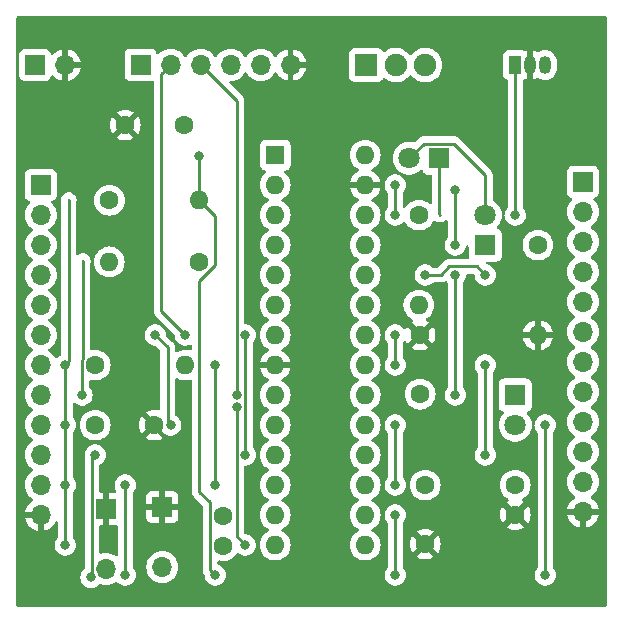
<source format=gbr>
%TF.GenerationSoftware,KiCad,Pcbnew,7.0.1-0*%
%TF.CreationDate,2023-04-18T13:23:17-05:00*%
%TF.ProjectId,ME 433 PCB,4d452034-3333-4205-9043-422e6b696361,rev?*%
%TF.SameCoordinates,Original*%
%TF.FileFunction,Copper,L2,Bot*%
%TF.FilePolarity,Positive*%
%FSLAX46Y46*%
G04 Gerber Fmt 4.6, Leading zero omitted, Abs format (unit mm)*
G04 Created by KiCad (PCBNEW 7.0.1-0) date 2023-04-18 13:23:17*
%MOMM*%
%LPD*%
G01*
G04 APERTURE LIST*
%TA.AperFunction,ComponentPad*%
%ADD10C,1.600000*%
%TD*%
%TA.AperFunction,ComponentPad*%
%ADD11O,1.600000X1.600000*%
%TD*%
%TA.AperFunction,ComponentPad*%
%ADD12R,1.800000X1.800000*%
%TD*%
%TA.AperFunction,ComponentPad*%
%ADD13C,1.800000*%
%TD*%
%TA.AperFunction,ComponentPad*%
%ADD14R,1.700000X1.700000*%
%TD*%
%TA.AperFunction,ComponentPad*%
%ADD15O,1.700000X1.700000*%
%TD*%
%TA.AperFunction,ComponentPad*%
%ADD16R,1.050000X1.500000*%
%TD*%
%TA.AperFunction,ComponentPad*%
%ADD17O,1.050000X1.500000*%
%TD*%
%TA.AperFunction,ComponentPad*%
%ADD18R,1.600000X1.600000*%
%TD*%
%TA.AperFunction,ComponentPad*%
%ADD19R,1.900000X1.900000*%
%TD*%
%TA.AperFunction,ComponentPad*%
%ADD20C,1.900000*%
%TD*%
%TA.AperFunction,ViaPad*%
%ADD21C,0.800000*%
%TD*%
%TA.AperFunction,ViaPad*%
%ADD22C,0.300000*%
%TD*%
%TA.AperFunction,Conductor*%
%ADD23C,0.250000*%
%TD*%
G04 APERTURE END LIST*
D10*
%TO.P,R1,1*%
%TO.N,+3.3V*%
X107882239Y-115591474D03*
D11*
%TO.P,R1,2*%
%TO.N,/MCLR*%
X115502239Y-115591474D03*
%TD*%
D10*
%TO.P,R3,1*%
%TO.N,+3.3V*%
X106680000Y-129540000D03*
D11*
%TO.P,R3,2*%
%TO.N,/USER*%
X114300000Y-129540000D03*
%TD*%
D12*
%TO.P,D3,1,K*%
%TO.N,Net-(D3-K)*%
X142240000Y-132080000D03*
D13*
%TO.P,D3,2,A*%
%TO.N,+3.3V*%
X142240000Y-134620000D03*
%TD*%
D10*
%TO.P,C4,1*%
%TO.N,+3.3V*%
X117520667Y-144820116D03*
%TO.P,C4,2*%
%TO.N,GND*%
X117520667Y-142320116D03*
%TD*%
%TO.P,R4,1*%
%TO.N,Net-(D1-K)*%
X134081755Y-116840000D03*
D11*
%TO.P,R4,2*%
%TO.N,/GREEN*%
X134081755Y-124460000D03*
%TD*%
D14*
%TO.P,J3,1,Pin_1*%
%TO.N,/A0*%
X102067880Y-114288943D03*
D15*
%TO.P,J3,2,Pin_2*%
%TO.N,/A1*%
X102067880Y-116828943D03*
%TO.P,J3,3,Pin_3*%
%TO.N,/B0*%
X102067880Y-119368943D03*
%TO.P,J3,4,Pin_4*%
%TO.N,/B1*%
X102067880Y-121908943D03*
%TO.P,J3,5,Pin_5*%
%TO.N,/B2*%
X102067880Y-124448943D03*
%TO.P,J3,6,Pin_6*%
%TO.N,/A3*%
X102067880Y-126988943D03*
%TO.P,J3,7,Pin_7*%
%TO.N,/GREEN*%
X102067880Y-129528943D03*
%TO.P,J3,8,Pin_8*%
%TO.N,/YELLOW*%
X102067880Y-132068943D03*
%TO.P,J3,9,Pin_9*%
%TO.N,/B6*%
X102067880Y-134608943D03*
%TO.P,J3,10,Pin_10*%
%TO.N,unconnected-(J3-Pin_10-Pad10)*%
X102067880Y-137148943D03*
%TO.P,J3,11,Pin_11*%
%TO.N,+3.3V*%
X102067880Y-139688943D03*
%TO.P,J3,12,Pin_12*%
%TO.N,GND*%
X102067880Y-142228943D03*
%TD*%
D16*
%TO.P,U2,1,VO*%
%TO.N,+3.3V*%
X142240000Y-104140000D03*
D17*
%TO.P,U2,2,GND*%
%TO.N,GND*%
X143510000Y-104140000D03*
%TO.P,U2,3,VI*%
%TO.N,/Vin*%
X144780000Y-104140000D03*
%TD*%
D10*
%TO.P,C6,1*%
%TO.N,Net-(U1-Vcap)*%
X134185814Y-132000000D03*
%TO.P,C6,2*%
%TO.N,GND*%
X134185814Y-127000000D03*
%TD*%
%TO.P,C3,1*%
%TO.N,+3.3V*%
X106680000Y-134620000D03*
%TO.P,C3,2*%
%TO.N,GND*%
X111680000Y-134620000D03*
%TD*%
D14*
%TO.P,S3,1*%
%TO.N,GND*%
X107581274Y-141722258D03*
D15*
%TO.P,S3,2*%
%TO.N,/USER*%
X107581274Y-146802258D03*
%TD*%
D14*
%TO.P,S2,1*%
%TO.N,GND*%
X112364140Y-141572794D03*
D15*
%TO.P,S2,2*%
%TO.N,/MCLR*%
X112364140Y-146652794D03*
%TD*%
D18*
%TO.P,U1,1,~{MCLR}*%
%TO.N,/MCLR*%
X121920000Y-111760000D03*
D11*
%TO.P,U1,2,A0*%
%TO.N,/A0*%
X121920000Y-114300000D03*
%TO.P,U1,3,A1*%
%TO.N,/A1*%
X121920000Y-116840000D03*
%TO.P,U1,4,B0*%
%TO.N,/B0*%
X121920000Y-119380000D03*
%TO.P,U1,5,B1*%
%TO.N,/B1*%
X121920000Y-121920000D03*
%TO.P,U1,6,B2*%
%TO.N,/B2*%
X121920000Y-124460000D03*
%TO.P,U1,7,B3*%
%TO.N,/U1TX*%
X121920000Y-127000000D03*
%TO.P,U1,8,Vss*%
%TO.N,GND*%
X121920000Y-129540000D03*
%TO.P,U1,9,A2*%
%TO.N,/U1RX*%
X121920000Y-132080000D03*
%TO.P,U1,10,A3*%
%TO.N,/A3*%
X121920000Y-134620000D03*
%TO.P,U1,11,B4*%
%TO.N,/GREEN*%
X121920000Y-137160000D03*
%TO.P,U1,12,A4*%
%TO.N,/USER*%
X121920000Y-139700000D03*
%TO.P,U1,13,Vdd*%
%TO.N,+3.3V*%
X121920000Y-142240000D03*
%TO.P,U1,14,B5*%
%TO.N,/YELLOW*%
X121920000Y-144780000D03*
%TO.P,U1,15,B6*%
%TO.N,/B6*%
X129540000Y-144780000D03*
%TO.P,U1,16,B7*%
%TO.N,/B7*%
X129540000Y-142240000D03*
%TO.P,U1,17,B8*%
%TO.N,/B8*%
X129540000Y-139700000D03*
%TO.P,U1,18,B9*%
%TO.N,/B9*%
X129540000Y-137160000D03*
%TO.P,U1,19,Vss*%
%TO.N,unconnected-(U1-Vss-Pad19)*%
X129540000Y-134620000D03*
%TO.P,U1,20,Vcap*%
%TO.N,Net-(U1-Vcap)*%
X129540000Y-132080000D03*
%TO.P,U1,21,B10*%
%TO.N,/B10*%
X129540000Y-129540000D03*
%TO.P,U1,22,B11*%
%TO.N,/B11*%
X129540000Y-127000000D03*
%TO.P,U1,23,B12*%
%TO.N,/B12*%
X129540000Y-124460000D03*
%TO.P,U1,24,B13*%
%TO.N,/B13*%
X129540000Y-121920000D03*
%TO.P,U1,25,B14*%
%TO.N,/B14*%
X129540000Y-119380000D03*
%TO.P,U1,26,B15*%
%TO.N,/B15*%
X129540000Y-116840000D03*
%TO.P,U1,27,AVss*%
%TO.N,GND*%
X129540000Y-114300000D03*
%TO.P,U1,28,AVdd*%
%TO.N,+3.3V*%
X129540000Y-111760000D03*
%TD*%
D10*
%TO.P,R2,1*%
%TO.N,Net-(D2-K)*%
X144167113Y-119380000D03*
D11*
%TO.P,R2,2*%
%TO.N,GND*%
X144167113Y-127000000D03*
%TD*%
D10*
%TO.P,R5,1*%
%TO.N,Net-(D3-K)*%
X115493968Y-120809705D03*
D11*
%TO.P,R5,2*%
%TO.N,/YELLOW*%
X107873968Y-120809705D03*
%TD*%
D14*
%TO.P,J1,1,Pin_1*%
%TO.N,Net-(J1-Pin_1)*%
X101600000Y-104140000D03*
D15*
%TO.P,J1,2,Pin_2*%
%TO.N,GND*%
X104140000Y-104140000D03*
%TD*%
D10*
%TO.P,C1,1*%
%TO.N,/Vin*%
X114220000Y-109220000D03*
%TO.P,C1,2*%
%TO.N,GND*%
X109220000Y-109220000D03*
%TD*%
D12*
%TO.P,D2,1,K*%
%TO.N,Net-(D2-K)*%
X139700000Y-119380000D03*
D13*
%TO.P,D2,2,A*%
%TO.N,+3.3V*%
X139700000Y-116840000D03*
%TD*%
D14*
%TO.P,J2,1,Pin_1*%
%TO.N,unconnected-(J2-Pin_1-Pad1)*%
X110515000Y-104115000D03*
D15*
%TO.P,J2,2,Pin_2*%
%TO.N,/U1TX*%
X113055000Y-104115000D03*
%TO.P,J2,3,Pin_3*%
%TO.N,/U1RX*%
X115595000Y-104115000D03*
%TO.P,J2,4,Pin_4*%
%TO.N,+5V*%
X118135000Y-104115000D03*
%TO.P,J2,5,Pin_5*%
%TO.N,unconnected-(J2-Pin_5-Pad5)*%
X120675000Y-104115000D03*
%TO.P,J2,6,Pin_6*%
%TO.N,GND*%
X123215000Y-104115000D03*
%TD*%
D19*
%TO.P,S1,1*%
%TO.N,+5V*%
X129620000Y-104140000D03*
D20*
%TO.P,S1,2*%
%TO.N,/Vin*%
X132120000Y-104140000D03*
%TO.P,S1,3*%
%TO.N,Net-(J1-Pin_1)*%
X134620000Y-104140000D03*
%TD*%
D14*
%TO.P,J4,1,Pin_1*%
%TO.N,/B15*%
X147968821Y-114024231D03*
D15*
%TO.P,J4,2,Pin_2*%
%TO.N,/B14*%
X147968821Y-116564231D03*
%TO.P,J4,3,Pin_3*%
%TO.N,/B13*%
X147968821Y-119104231D03*
%TO.P,J4,4,Pin_4*%
%TO.N,/B12*%
X147968821Y-121644231D03*
%TO.P,J4,5,Pin_5*%
%TO.N,/B11*%
X147968821Y-124184231D03*
%TO.P,J4,6,Pin_6*%
%TO.N,/B10*%
X147968821Y-126724231D03*
%TO.P,J4,7,Pin_7*%
%TO.N,/B9*%
X147968821Y-129264231D03*
%TO.P,J4,8,Pin_8*%
%TO.N,/B8*%
X147968821Y-131804231D03*
%TO.P,J4,9,Pin_9*%
%TO.N,/B7*%
X147968821Y-134344231D03*
%TO.P,J4,10,Pin_10*%
%TO.N,unconnected-(J4-Pin_10-Pad10)*%
X147968821Y-136884231D03*
%TO.P,J4,11,Pin_11*%
%TO.N,+3.3V*%
X147968821Y-139424231D03*
%TO.P,J4,12,Pin_12*%
%TO.N,GND*%
X147968821Y-141964231D03*
%TD*%
D10*
%TO.P,C5,1*%
%TO.N,+3.3V*%
X142240000Y-139700000D03*
%TO.P,C5,2*%
%TO.N,GND*%
X142240000Y-142200000D03*
%TD*%
D12*
%TO.P,D1,1,K*%
%TO.N,Net-(D1-K)*%
X135806028Y-112020276D03*
D13*
%TO.P,D1,2,A*%
%TO.N,+3.3V*%
X133266028Y-112020276D03*
%TD*%
D10*
%TO.P,C2,1*%
%TO.N,+3.3V*%
X134620000Y-139700000D03*
%TO.P,C2,2*%
%TO.N,GND*%
X134620000Y-144700000D03*
%TD*%
D21*
%TO.N,/B13*%
X139700000Y-121920000D03*
X134620000Y-121920000D03*
%TO.N,/B10*%
X132080000Y-127000000D03*
X132080000Y-129540000D03*
%TO.N,/B9*%
X139700000Y-137160000D03*
X139700000Y-129540000D03*
%TO.N,/B8*%
X132080000Y-134620000D03*
X132080000Y-139700000D03*
%TO.N,/B7*%
X132080000Y-147320000D03*
X144780000Y-134620000D03*
X132080000Y-142240000D03*
X144780000Y-147320000D03*
%TO.N,/YELLOW*%
X119380000Y-144780000D03*
X118655500Y-133079503D03*
X105557678Y-132092474D03*
X105555000Y-132089796D03*
%TO.N,/B6*%
X106324396Y-147524279D03*
X106680000Y-137160000D03*
%TO.N,+3.3V*%
X104140000Y-144780000D03*
X104140000Y-139700000D03*
X104140000Y-139700000D03*
X104140000Y-139700000D03*
X104140000Y-139700000D03*
%TO.N,/MCLR*%
X115504107Y-111842938D03*
%TO.N,/U1RX*%
X118655500Y-132080000D03*
%TO.N,/U1TX*%
X114300000Y-127000000D03*
%TO.N,/B14*%
X137160000Y-119380000D03*
X137160000Y-114748731D03*
%TO.N,/B15*%
X132080000Y-116840000D03*
X132080000Y-114300000D03*
D22*
%TO.N,Net-(D1-K)*%
X135862086Y-116820418D03*
D21*
%TO.N,/A3*%
X113079503Y-134620000D03*
X111760000Y-127000000D03*
D22*
%TO.N,/YELLOW*%
X105557678Y-132092474D03*
X105637131Y-120730700D03*
%TO.N,+3.3V*%
X104445336Y-115566257D03*
D21*
%TO.N,Net-(D3-K)*%
X137160000Y-121920000D03*
X137160000Y-132080000D03*
%TO.N,+3.3V*%
X142240000Y-116840000D03*
%TO.N,/MCLR*%
X116840000Y-147320000D03*
%TO.N,+3.3V*%
X104140000Y-129540000D03*
%TO.N,/GREEN*%
X119380000Y-127000000D03*
X119380000Y-137160000D03*
%TO.N,/USER*%
X109220000Y-147320000D03*
X109220000Y-139700000D03*
X116840000Y-139700000D03*
X116840000Y-129540000D03*
%TO.N,+3.3V*%
X104140000Y-134620000D03*
X104140000Y-139700000D03*
%TD*%
D23*
%TO.N,+3.3V*%
X139700000Y-116840000D02*
X139700000Y-113464248D01*
X139700000Y-113464248D02*
X137031028Y-110795276D01*
X137031028Y-110795276D02*
X134491028Y-110795276D01*
X134491028Y-110795276D02*
X133266028Y-112020276D01*
%TO.N,/B13*%
X136660000Y-121195000D02*
X138975000Y-121195000D01*
X135935000Y-121920000D02*
X136660000Y-121195000D01*
X134620000Y-121920000D02*
X135935000Y-121920000D01*
X138975000Y-121195000D02*
X139700000Y-121920000D01*
%TO.N,/B10*%
X132080000Y-129540000D02*
X132080000Y-127000000D01*
%TO.N,/B9*%
X139700000Y-137160000D02*
X139700000Y-129540000D01*
%TO.N,/B8*%
X132080000Y-139700000D02*
X132080000Y-134620000D01*
%TO.N,/B7*%
X144780000Y-147320000D02*
X144780000Y-134620000D01*
X132080000Y-142240000D02*
X132080000Y-147320000D01*
%TO.N,/YELLOW*%
X118655500Y-133079503D02*
X118655500Y-144055500D01*
X118655500Y-144055500D02*
X119380000Y-144780000D01*
%TO.N,/B6*%
X106406274Y-147442401D02*
X106324396Y-147524279D01*
X106680000Y-137160000D02*
X106406274Y-137433726D01*
X106406274Y-137433726D02*
X106406274Y-147442401D01*
%TO.N,+3.3V*%
X104140000Y-139700000D02*
X104140000Y-144780000D01*
%TO.N,/MCLR*%
X115502239Y-111844806D02*
X115504107Y-111842938D01*
X115502239Y-115591474D02*
X115502239Y-111844806D01*
%TO.N,/U1RX*%
X118655500Y-131805500D02*
X118655500Y-132080000D01*
X118655000Y-107175000D02*
X118655000Y-131805000D01*
X115595000Y-104115000D02*
X118655000Y-107175000D01*
X118655000Y-131805000D02*
X118655500Y-131805500D01*
%TO.N,/U1TX*%
X112272652Y-124972652D02*
X114300000Y-127000000D01*
X112272652Y-104897348D02*
X112272652Y-124972652D01*
X113055000Y-104115000D02*
X112272652Y-104897348D01*
%TO.N,/B14*%
X137160000Y-114748731D02*
X137160000Y-119380000D01*
%TO.N,/B15*%
X132080000Y-114300000D02*
X132080000Y-116840000D01*
%TO.N,Net-(D1-K)*%
X135862086Y-116820418D02*
X135806028Y-116764360D01*
X135806028Y-116764360D02*
X135806028Y-112020276D01*
%TO.N,/A3*%
X112805000Y-134620000D02*
X113079503Y-134620000D01*
X111760000Y-127000000D02*
X112805000Y-128045000D01*
X112805000Y-128045000D02*
X112805000Y-134620000D01*
%TO.N,/YELLOW*%
X105555000Y-132089796D02*
X105557678Y-132092474D01*
X105637131Y-120730700D02*
X105637131Y-128991878D01*
X105555000Y-129074009D02*
X105555000Y-132089796D01*
X105637131Y-128991878D02*
X105555000Y-129074009D01*
%TO.N,+3.3V*%
X104445336Y-115566257D02*
X104445336Y-129234664D01*
X104445336Y-129234664D02*
X104140000Y-129540000D01*
%TO.N,Net-(D3-K)*%
X137160000Y-132080000D02*
X137160000Y-121920000D01*
%TO.N,+3.3V*%
X142240000Y-116840000D02*
X142240000Y-104140000D01*
%TO.N,/MCLR*%
X116395667Y-146875667D02*
X116395667Y-141169638D01*
X116395667Y-141169638D02*
X115502239Y-140276210D01*
X115502239Y-140276210D02*
X115502239Y-122408967D01*
X116840000Y-147320000D02*
X116395667Y-146875667D01*
X115502239Y-122408967D02*
X116840000Y-121071206D01*
X116840000Y-121071206D02*
X116840000Y-116929235D01*
X116840000Y-116929235D02*
X115502239Y-115591474D01*
%TO.N,+3.3V*%
X104140000Y-129540000D02*
X104140000Y-134620000D01*
%TO.N,/GREEN*%
X119380000Y-127000000D02*
X119380000Y-137160000D01*
%TO.N,/USER*%
X109220000Y-147320000D02*
X109220000Y-139700000D01*
X116840000Y-129540000D02*
X116840000Y-139700000D01*
%TO.N,+3.3V*%
X104140000Y-134620000D02*
X104140000Y-139700000D01*
%TD*%
%TA.AperFunction,Conductor*%
%TO.N,GND*%
G36*
X149937500Y-100017113D02*
G01*
X149982887Y-100062500D01*
X149999500Y-100124500D01*
X149999500Y-149875500D01*
X149982887Y-149937500D01*
X149937500Y-149982887D01*
X149875500Y-149999500D01*
X100124500Y-149999500D01*
X100062500Y-149982887D01*
X100017113Y-149937500D01*
X100000500Y-149875500D01*
X100000500Y-147524279D01*
X105418936Y-147524279D01*
X105438722Y-147712536D01*
X105497216Y-147892563D01*
X105591862Y-148056495D01*
X105718525Y-148197168D01*
X105871665Y-148308430D01*
X106044593Y-148385423D01*
X106229748Y-148424779D01*
X106229750Y-148424779D01*
X106419042Y-148424779D01*
X106419044Y-148424779D01*
X106542480Y-148398541D01*
X106604199Y-148385423D01*
X106777126Y-148308430D01*
X106930267Y-148197167D01*
X107003614Y-148115707D01*
X107060544Y-148079786D01*
X107127852Y-148078905D01*
X107345866Y-148137321D01*
X107581274Y-148157917D01*
X107816682Y-148137321D01*
X108044937Y-148076161D01*
X108259104Y-147976293D01*
X108377820Y-147893166D01*
X108433113Y-147871757D01*
X108492029Y-147878470D01*
X108541091Y-147911771D01*
X108614129Y-147992889D01*
X108767269Y-148104151D01*
X108940197Y-148181144D01*
X109125352Y-148220500D01*
X109125354Y-148220500D01*
X109314646Y-148220500D01*
X109314648Y-148220500D01*
X109438084Y-148194262D01*
X109499803Y-148181144D01*
X109672730Y-148104151D01*
X109711255Y-148076161D01*
X109825870Y-147992889D01*
X109952533Y-147852216D01*
X110047179Y-147688284D01*
X110047179Y-147688283D01*
X110105674Y-147508256D01*
X110125460Y-147320000D01*
X110105674Y-147131744D01*
X110047179Y-146951716D01*
X110047179Y-146951715D01*
X109952535Y-146787786D01*
X109912194Y-146742983D01*
X109877347Y-146704282D01*
X109853736Y-146665751D01*
X109851335Y-146652794D01*
X111008480Y-146652794D01*
X111029076Y-146888201D01*
X111052145Y-146974294D01*
X111090237Y-147116457D01*
X111190105Y-147330624D01*
X111325645Y-147524195D01*
X111492739Y-147691289D01*
X111686310Y-147826829D01*
X111900477Y-147926697D01*
X112128732Y-147987857D01*
X112364140Y-148008453D01*
X112599548Y-147987857D01*
X112827803Y-147926697D01*
X113041970Y-147826829D01*
X113235541Y-147691289D01*
X113402635Y-147524195D01*
X113538175Y-147330624D01*
X113638043Y-147116457D01*
X113699203Y-146888202D01*
X113719799Y-146652794D01*
X113699203Y-146417386D01*
X113638043Y-146189131D01*
X113538175Y-145974965D01*
X113402635Y-145781393D01*
X113235541Y-145614299D01*
X113041970Y-145478759D01*
X112827803Y-145378891D01*
X112729235Y-145352480D01*
X112599547Y-145317730D01*
X112364140Y-145297134D01*
X112128732Y-145317730D01*
X111900476Y-145378891D01*
X111686310Y-145478759D01*
X111492738Y-145614299D01*
X111325645Y-145781392D01*
X111190105Y-145974964D01*
X111090237Y-146189130D01*
X111029076Y-146417386D01*
X111008480Y-146652794D01*
X109851335Y-146652794D01*
X109845500Y-146621313D01*
X109845500Y-141822794D01*
X111014140Y-141822794D01*
X111014140Y-142470618D01*
X111020542Y-142530169D01*
X111070787Y-142664883D01*
X111156951Y-142779982D01*
X111272050Y-142866146D01*
X111406764Y-142916391D01*
X111466316Y-142922794D01*
X112114140Y-142922794D01*
X112114140Y-141822794D01*
X112614140Y-141822794D01*
X112614140Y-142922794D01*
X113261964Y-142922794D01*
X113321515Y-142916391D01*
X113456229Y-142866146D01*
X113571328Y-142779982D01*
X113657492Y-142664883D01*
X113707737Y-142530169D01*
X113714140Y-142470618D01*
X113714140Y-141822794D01*
X112614140Y-141822794D01*
X112114140Y-141822794D01*
X111014140Y-141822794D01*
X109845500Y-141822794D01*
X109845500Y-141322794D01*
X111014140Y-141322794D01*
X112114140Y-141322794D01*
X112114140Y-140222794D01*
X112614140Y-140222794D01*
X112614140Y-141322794D01*
X113714140Y-141322794D01*
X113714140Y-140674970D01*
X113707737Y-140615418D01*
X113657492Y-140480704D01*
X113571328Y-140365605D01*
X113456229Y-140279441D01*
X113321515Y-140229196D01*
X113261964Y-140222794D01*
X112614140Y-140222794D01*
X112114140Y-140222794D01*
X111466316Y-140222794D01*
X111406764Y-140229196D01*
X111272050Y-140279441D01*
X111156951Y-140365605D01*
X111070787Y-140480704D01*
X111020542Y-140615418D01*
X111014140Y-140674970D01*
X111014140Y-141322794D01*
X109845500Y-141322794D01*
X109845500Y-140398687D01*
X109853736Y-140354249D01*
X109877347Y-140315717D01*
X109952533Y-140232216D01*
X109967002Y-140207156D01*
X110047179Y-140068284D01*
X110093186Y-139926689D01*
X110105674Y-139888256D01*
X110125460Y-139700000D01*
X110105674Y-139511744D01*
X110047179Y-139331716D01*
X110047179Y-139331715D01*
X109952533Y-139167783D01*
X109825870Y-139027110D01*
X109672730Y-138915848D01*
X109499802Y-138838855D01*
X109314648Y-138799500D01*
X109314646Y-138799500D01*
X109125354Y-138799500D01*
X109125352Y-138799500D01*
X108940197Y-138838855D01*
X108767269Y-138915848D01*
X108614129Y-139027110D01*
X108487466Y-139167783D01*
X108392820Y-139331715D01*
X108334326Y-139511742D01*
X108314540Y-139700000D01*
X108334326Y-139888257D01*
X108392820Y-140068284D01*
X108460933Y-140186258D01*
X108477546Y-140248258D01*
X108460933Y-140310258D01*
X108415546Y-140355645D01*
X108353546Y-140372258D01*
X107831274Y-140372258D01*
X107831274Y-143072258D01*
X108470500Y-143072258D01*
X108532500Y-143088871D01*
X108577887Y-143134258D01*
X108594500Y-143196258D01*
X108594500Y-145624868D01*
X108576509Y-145689196D01*
X108527757Y-145734857D01*
X108462390Y-145748603D01*
X108399377Y-145726443D01*
X108259104Y-145628223D01*
X108229244Y-145614299D01*
X108044937Y-145528355D01*
X107953303Y-145503802D01*
X107816681Y-145467194D01*
X107581274Y-145446598D01*
X107345866Y-145467194D01*
X107187867Y-145509530D01*
X107131583Y-145511372D01*
X107080288Y-145488131D01*
X107044562Y-145444599D01*
X107031774Y-145389755D01*
X107031774Y-143196258D01*
X107048387Y-143134258D01*
X107093774Y-143088871D01*
X107155774Y-143072258D01*
X107331274Y-143072258D01*
X107331274Y-140372258D01*
X107155774Y-140372258D01*
X107093774Y-140355645D01*
X107048387Y-140310258D01*
X107031774Y-140248258D01*
X107031774Y-138069626D01*
X107040803Y-138023174D01*
X107066577Y-137983488D01*
X107105340Y-137956346D01*
X107107712Y-137955289D01*
X107132730Y-137944151D01*
X107285871Y-137832888D01*
X107412533Y-137692216D01*
X107507179Y-137528284D01*
X107565674Y-137348256D01*
X107585460Y-137160000D01*
X107565674Y-136971744D01*
X107507179Y-136791716D01*
X107507179Y-136791715D01*
X107412533Y-136627783D01*
X107285870Y-136487110D01*
X107132730Y-136375848D01*
X106959802Y-136298855D01*
X106774648Y-136259500D01*
X106774646Y-136259500D01*
X106585354Y-136259500D01*
X106585352Y-136259500D01*
X106400197Y-136298855D01*
X106227269Y-136375848D01*
X106074129Y-136487110D01*
X105947466Y-136627783D01*
X105852820Y-136791715D01*
X105794326Y-136971742D01*
X105774540Y-137160000D01*
X105788538Y-137293196D01*
X105785322Y-137336989D01*
X105780774Y-137354705D01*
X105780774Y-137374742D01*
X105779247Y-137394141D01*
X105776114Y-137413920D01*
X105780224Y-137457401D01*
X105780774Y-137469070D01*
X105780774Y-146742983D01*
X105767259Y-146799278D01*
X105729659Y-146843301D01*
X105718525Y-146851389D01*
X105591862Y-146992062D01*
X105497216Y-147155994D01*
X105438722Y-147336021D01*
X105418936Y-147524279D01*
X100000500Y-147524279D01*
X100000500Y-142478943D01*
X100737244Y-142478943D01*
X100794449Y-142692435D01*
X100894279Y-142906519D01*
X101029773Y-143100024D01*
X101196798Y-143267049D01*
X101390303Y-143402543D01*
X101604387Y-143502373D01*
X101817879Y-143559578D01*
X101817880Y-143559579D01*
X101817880Y-142478943D01*
X100737244Y-142478943D01*
X100000500Y-142478943D01*
X100000500Y-139688942D01*
X100712220Y-139688942D01*
X100732816Y-139924350D01*
X100733443Y-139926689D01*
X100793977Y-140152606D01*
X100893845Y-140366773D01*
X101029385Y-140560344D01*
X101196479Y-140727438D01*
X101382477Y-140857675D01*
X101421340Y-140901991D01*
X101435351Y-140959248D01*
X101421341Y-141016504D01*
X101382475Y-141060823D01*
X101196799Y-141190835D01*
X101029770Y-141357864D01*
X100894280Y-141551364D01*
X100794449Y-141765450D01*
X100737244Y-141978942D01*
X100737244Y-141978943D01*
X102193880Y-141978943D01*
X102255880Y-141995556D01*
X102301267Y-142040943D01*
X102317880Y-142102943D01*
X102317880Y-143559578D01*
X102531372Y-143502373D01*
X102745456Y-143402543D01*
X102938961Y-143267049D01*
X103105986Y-143100024D01*
X103241480Y-142906519D01*
X103278118Y-142827952D01*
X103321160Y-142777556D01*
X103384011Y-142756527D01*
X103448715Y-142770872D01*
X103496789Y-142816492D01*
X103514500Y-142880357D01*
X103514500Y-144081313D01*
X103506264Y-144125751D01*
X103482652Y-144164282D01*
X103449545Y-144201051D01*
X103407464Y-144247786D01*
X103312820Y-144411715D01*
X103254326Y-144591742D01*
X103234540Y-144780000D01*
X103254326Y-144968257D01*
X103312820Y-145148284D01*
X103407466Y-145312216D01*
X103534129Y-145452889D01*
X103687269Y-145564151D01*
X103860197Y-145641144D01*
X104045352Y-145680500D01*
X104045354Y-145680500D01*
X104234646Y-145680500D01*
X104234648Y-145680500D01*
X104358083Y-145654262D01*
X104419803Y-145641144D01*
X104592730Y-145564151D01*
X104641999Y-145528355D01*
X104745870Y-145452889D01*
X104751535Y-145446598D01*
X104872533Y-145312216D01*
X104967179Y-145148284D01*
X105025674Y-144968256D01*
X105045460Y-144780000D01*
X105025674Y-144591744D01*
X104995332Y-144498363D01*
X104967179Y-144411715D01*
X104872535Y-144247786D01*
X104859427Y-144233229D01*
X104797347Y-144164282D01*
X104773736Y-144125751D01*
X104765500Y-144081313D01*
X104765500Y-140398687D01*
X104773736Y-140354249D01*
X104797347Y-140315717D01*
X104872533Y-140232216D01*
X104887002Y-140207156D01*
X104967179Y-140068284D01*
X105013186Y-139926689D01*
X105025674Y-139888256D01*
X105045460Y-139700000D01*
X105025674Y-139511744D01*
X104967179Y-139331716D01*
X104967179Y-139331715D01*
X104872535Y-139167786D01*
X104843828Y-139135904D01*
X104797347Y-139084282D01*
X104773736Y-139045751D01*
X104765500Y-139001313D01*
X104765500Y-135318687D01*
X104773736Y-135274249D01*
X104797347Y-135235717D01*
X104872533Y-135152216D01*
X104967179Y-134988284D01*
X105025674Y-134808256D01*
X105045460Y-134620000D01*
X105374531Y-134620000D01*
X105394364Y-134846689D01*
X105453261Y-135066497D01*
X105549432Y-135272735D01*
X105679953Y-135459140D01*
X105840859Y-135620046D01*
X106027264Y-135750567D01*
X106027265Y-135750567D01*
X106027266Y-135750568D01*
X106233504Y-135846739D01*
X106453308Y-135905635D01*
X106680000Y-135925468D01*
X106906692Y-135905635D01*
X107126496Y-135846739D01*
X107332734Y-135750568D01*
X107406344Y-135699026D01*
X110954526Y-135699026D01*
X111027515Y-135750133D01*
X111233673Y-135846266D01*
X111453397Y-135905141D01*
X111680000Y-135924966D01*
X111906602Y-135905141D01*
X112126326Y-135846266D01*
X112332480Y-135750134D01*
X112405472Y-135699025D01*
X111680001Y-134973553D01*
X111680000Y-134973553D01*
X110954526Y-135699025D01*
X110954526Y-135699026D01*
X107406344Y-135699026D01*
X107519139Y-135620047D01*
X107680047Y-135459139D01*
X107810568Y-135272734D01*
X107906739Y-135066496D01*
X107965635Y-134846692D01*
X107985468Y-134620000D01*
X110375033Y-134620000D01*
X110394858Y-134846602D01*
X110453733Y-135066326D01*
X110549866Y-135272484D01*
X110600972Y-135345471D01*
X110600973Y-135345472D01*
X111326446Y-134619999D01*
X111326446Y-134619998D01*
X110600973Y-133894527D01*
X110549865Y-133967516D01*
X110453733Y-134173672D01*
X110394858Y-134393397D01*
X110375033Y-134620000D01*
X107985468Y-134620000D01*
X107965635Y-134393308D01*
X107906739Y-134173504D01*
X107810568Y-133967266D01*
X107809507Y-133965751D01*
X107680046Y-133780859D01*
X107519140Y-133619953D01*
X107332735Y-133489432D01*
X107126497Y-133393261D01*
X106906689Y-133334364D01*
X106680000Y-133314531D01*
X106453310Y-133334364D01*
X106233502Y-133393261D01*
X106027264Y-133489432D01*
X105840859Y-133619953D01*
X105679953Y-133780859D01*
X105549432Y-133967264D01*
X105453261Y-134173502D01*
X105394364Y-134393310D01*
X105374531Y-134620000D01*
X105045460Y-134620000D01*
X105025674Y-134431744D01*
X104967179Y-134251716D01*
X104967179Y-134251715D01*
X104872535Y-134087786D01*
X104843828Y-134055904D01*
X104797347Y-134004282D01*
X104773736Y-133965751D01*
X104765500Y-133921313D01*
X104765500Y-132873366D01*
X104783773Y-132808576D01*
X104833205Y-132762881D01*
X104899229Y-132749748D01*
X104962385Y-132773048D01*
X105104947Y-132876625D01*
X105277875Y-132953618D01*
X105463030Y-132992974D01*
X105463032Y-132992974D01*
X105652324Y-132992974D01*
X105652326Y-132992974D01*
X105775761Y-132966736D01*
X105837481Y-132953618D01*
X106010408Y-132876625D01*
X106163549Y-132765362D01*
X106290211Y-132624690D01*
X106384857Y-132460758D01*
X106443352Y-132280730D01*
X106463138Y-132092474D01*
X106443352Y-131904218D01*
X106384857Y-131724190D01*
X106384857Y-131724189D01*
X106290213Y-131560260D01*
X106272129Y-131540176D01*
X106212347Y-131473782D01*
X106188736Y-131435251D01*
X106180500Y-131390813D01*
X106180500Y-130914137D01*
X106193288Y-130859293D01*
X106229013Y-130815761D01*
X106280309Y-130792520D01*
X106336593Y-130794362D01*
X106441436Y-130822454D01*
X106453308Y-130825635D01*
X106680000Y-130845468D01*
X106906692Y-130825635D01*
X107126496Y-130766739D01*
X107332734Y-130670568D01*
X107519139Y-130540047D01*
X107680047Y-130379139D01*
X107810568Y-130192734D01*
X107906739Y-129986496D01*
X107965635Y-129766692D01*
X107985468Y-129540000D01*
X107965635Y-129313308D01*
X107906739Y-129093504D01*
X107810568Y-128887266D01*
X107809507Y-128885751D01*
X107680046Y-128700859D01*
X107519140Y-128539953D01*
X107332735Y-128409432D01*
X107126497Y-128313261D01*
X106906689Y-128254364D01*
X106680000Y-128234531D01*
X106453307Y-128254364D01*
X106418723Y-128263631D01*
X106362439Y-128265473D01*
X106311144Y-128242231D01*
X106275419Y-128198699D01*
X106262631Y-128143856D01*
X106262631Y-120938553D01*
X106270689Y-120894582D01*
X106271843Y-120891538D01*
X106273368Y-120887518D01*
X106282816Y-120809704D01*
X106568499Y-120809704D01*
X106588332Y-121036394D01*
X106647229Y-121256202D01*
X106743400Y-121462440D01*
X106873921Y-121648845D01*
X107034827Y-121809751D01*
X107221232Y-121940272D01*
X107221233Y-121940272D01*
X107221234Y-121940273D01*
X107427472Y-122036444D01*
X107647276Y-122095340D01*
X107873968Y-122115173D01*
X108100660Y-122095340D01*
X108320464Y-122036444D01*
X108526702Y-121940273D01*
X108713107Y-121809752D01*
X108874015Y-121648844D01*
X109004536Y-121462439D01*
X109100707Y-121256201D01*
X109159603Y-121036397D01*
X109179436Y-120809705D01*
X109159603Y-120583013D01*
X109100707Y-120363209D01*
X109004536Y-120156971D01*
X108998997Y-120149061D01*
X108874014Y-119970564D01*
X108713108Y-119809658D01*
X108526703Y-119679137D01*
X108320465Y-119582966D01*
X108100657Y-119524069D01*
X107873968Y-119504236D01*
X107647278Y-119524069D01*
X107427470Y-119582966D01*
X107221232Y-119679137D01*
X107034827Y-119809658D01*
X106873921Y-119970564D01*
X106743400Y-120156969D01*
X106647229Y-120363207D01*
X106588332Y-120583015D01*
X106568499Y-120809704D01*
X106282816Y-120809704D01*
X106292409Y-120730700D01*
X106273368Y-120573882D01*
X106217351Y-120426177D01*
X106127614Y-120296170D01*
X106009371Y-120191417D01*
X105957421Y-120164151D01*
X105869495Y-120118003D01*
X105716116Y-120080200D01*
X105558146Y-120080200D01*
X105404767Y-120118003D01*
X105361545Y-120140688D01*
X105264891Y-120191417D01*
X105264888Y-120191419D01*
X105252463Y-120197941D01*
X105191092Y-120212088D01*
X105130687Y-120194262D01*
X105086830Y-120149061D01*
X105070836Y-120088145D01*
X105070836Y-115774110D01*
X105078894Y-115730139D01*
X105078985Y-115729898D01*
X105081573Y-115723075D01*
X105097552Y-115591474D01*
X106576770Y-115591474D01*
X106596603Y-115818163D01*
X106655500Y-116037971D01*
X106751671Y-116244209D01*
X106882192Y-116430614D01*
X107043098Y-116591520D01*
X107229503Y-116722041D01*
X107229504Y-116722041D01*
X107229505Y-116722042D01*
X107435743Y-116818213D01*
X107655547Y-116877109D01*
X107882239Y-116896942D01*
X108108931Y-116877109D01*
X108328735Y-116818213D01*
X108534973Y-116722042D01*
X108721378Y-116591521D01*
X108882286Y-116430613D01*
X109012807Y-116244208D01*
X109108978Y-116037970D01*
X109167874Y-115818166D01*
X109187707Y-115591474D01*
X109167874Y-115364782D01*
X109108978Y-115144978D01*
X109012807Y-114938740D01*
X109011580Y-114936988D01*
X108882285Y-114752333D01*
X108721379Y-114591427D01*
X108534974Y-114460906D01*
X108328736Y-114364735D01*
X108108928Y-114305838D01*
X107882239Y-114286005D01*
X107655549Y-114305838D01*
X107435741Y-114364735D01*
X107229503Y-114460906D01*
X107043098Y-114591427D01*
X106882192Y-114752333D01*
X106751671Y-114938738D01*
X106655500Y-115144976D01*
X106596603Y-115364784D01*
X106576770Y-115591474D01*
X105097552Y-115591474D01*
X105100614Y-115566257D01*
X105081573Y-115409439D01*
X105025556Y-115261734D01*
X104973841Y-115186812D01*
X104935820Y-115131728D01*
X104918700Y-115116561D01*
X104817576Y-115026974D01*
X104804330Y-115020021D01*
X104677700Y-114953560D01*
X104524321Y-114915757D01*
X104366351Y-114915757D01*
X104212971Y-114953560D01*
X104073097Y-115026973D01*
X103954851Y-115131728D01*
X103865116Y-115261733D01*
X103809099Y-115409438D01*
X103790057Y-115566256D01*
X103809099Y-115723075D01*
X103811778Y-115730139D01*
X103819836Y-115774110D01*
X103819836Y-128616300D01*
X103810807Y-128662751D01*
X103785034Y-128702438D01*
X103746272Y-128729579D01*
X103735449Y-128734397D01*
X103687267Y-128755849D01*
X103534129Y-128867110D01*
X103471887Y-128936238D01*
X103421638Y-128969972D01*
X103361408Y-128975904D01*
X103305545Y-128952621D01*
X103267356Y-128905672D01*
X103241915Y-128851114D01*
X103235052Y-128841313D01*
X103137811Y-128702438D01*
X103106375Y-128657542D01*
X102939281Y-128490448D01*
X102753719Y-128360516D01*
X102714855Y-128316200D01*
X102700844Y-128258943D01*
X102714855Y-128201686D01*
X102753719Y-128157369D01*
X102939281Y-128027438D01*
X103106375Y-127860344D01*
X103241915Y-127666773D01*
X103341783Y-127452606D01*
X103402943Y-127224351D01*
X103423539Y-126988943D01*
X103419749Y-126945629D01*
X103402943Y-126753535D01*
X103370302Y-126631716D01*
X103341783Y-126525280D01*
X103241915Y-126311114D01*
X103106375Y-126117542D01*
X102939281Y-125950448D01*
X102753719Y-125820516D01*
X102714854Y-125776198D01*
X102700844Y-125718942D01*
X102714855Y-125661685D01*
X102753717Y-125617371D01*
X102939281Y-125487438D01*
X103106375Y-125320344D01*
X103241915Y-125126773D01*
X103341783Y-124912606D01*
X103402943Y-124684351D01*
X103423539Y-124448943D01*
X103402943Y-124213535D01*
X103341783Y-123985280D01*
X103241915Y-123771114D01*
X103106375Y-123577542D01*
X102939281Y-123410448D01*
X102753719Y-123280516D01*
X102714854Y-123236198D01*
X102700844Y-123178942D01*
X102714855Y-123121685D01*
X102753717Y-123077371D01*
X102939281Y-122947438D01*
X103106375Y-122780344D01*
X103241915Y-122586773D01*
X103341783Y-122372606D01*
X103402943Y-122144351D01*
X103423539Y-121908943D01*
X103422750Y-121899930D01*
X103402943Y-121673535D01*
X103395091Y-121644230D01*
X103341783Y-121445280D01*
X103241915Y-121231114D01*
X103106375Y-121037542D01*
X102939281Y-120870448D01*
X102753719Y-120740516D01*
X102714856Y-120696200D01*
X102700845Y-120638943D01*
X102714856Y-120581686D01*
X102753719Y-120537369D01*
X102939281Y-120407438D01*
X103106375Y-120240344D01*
X103241915Y-120046773D01*
X103341783Y-119832606D01*
X103402943Y-119604351D01*
X103423539Y-119368943D01*
X103402943Y-119133535D01*
X103341783Y-118905280D01*
X103241915Y-118691114D01*
X103106375Y-118497542D01*
X102939281Y-118330448D01*
X102753719Y-118200516D01*
X102714855Y-118156200D01*
X102700844Y-118098943D01*
X102714855Y-118041686D01*
X102753719Y-117997369D01*
X102939281Y-117867438D01*
X103106375Y-117700344D01*
X103241915Y-117506773D01*
X103341783Y-117292606D01*
X103402943Y-117064351D01*
X103423539Y-116828943D01*
X103408898Y-116661605D01*
X103402943Y-116593535D01*
X103389353Y-116542815D01*
X103341783Y-116365280D01*
X103241915Y-116151114D01*
X103106375Y-115957542D01*
X102984448Y-115835615D01*
X102953153Y-115782870D01*
X102950964Y-115721577D01*
X102978417Y-115666732D01*
X103028796Y-115631753D01*
X103160211Y-115582739D01*
X103275426Y-115496489D01*
X103361676Y-115381274D01*
X103411971Y-115246426D01*
X103418380Y-115186816D01*
X103418379Y-113391071D01*
X103411971Y-113331460D01*
X103361676Y-113196612D01*
X103275426Y-113081397D01*
X103160211Y-112995147D01*
X103025363Y-112944852D01*
X102965753Y-112938443D01*
X102965749Y-112938443D01*
X101170010Y-112938443D01*
X101110395Y-112944852D01*
X100975549Y-112995147D01*
X100860334Y-113081397D01*
X100774084Y-113196611D01*
X100723789Y-113331458D01*
X100723789Y-113331460D01*
X100718294Y-113382574D01*
X100717380Y-113391073D01*
X100717380Y-115186812D01*
X100723789Y-115246427D01*
X100743643Y-115299658D01*
X100774084Y-115381274D01*
X100860334Y-115496489D01*
X100975549Y-115582739D01*
X101078776Y-115621240D01*
X101106962Y-115631753D01*
X101157342Y-115666732D01*
X101184795Y-115721577D01*
X101182606Y-115782869D01*
X101151311Y-115835616D01*
X101029383Y-115957544D01*
X100893845Y-116151113D01*
X100793977Y-116365279D01*
X100732816Y-116593535D01*
X100712220Y-116828942D01*
X100732816Y-117064350D01*
X100766035Y-117188325D01*
X100793977Y-117292606D01*
X100893845Y-117506773D01*
X101029385Y-117700344D01*
X101196479Y-117867438D01*
X101382040Y-117997369D01*
X101420904Y-118041686D01*
X101434915Y-118098943D01*
X101420904Y-118156200D01*
X101382039Y-118200518D01*
X101196475Y-118330451D01*
X101029385Y-118497541D01*
X100893845Y-118691113D01*
X100793977Y-118905279D01*
X100732816Y-119133535D01*
X100712220Y-119368943D01*
X100732816Y-119604350D01*
X100771383Y-119748284D01*
X100793977Y-119832606D01*
X100893845Y-120046773D01*
X101029385Y-120240344D01*
X101196479Y-120407438D01*
X101382040Y-120537369D01*
X101420904Y-120581686D01*
X101434915Y-120638943D01*
X101420904Y-120696200D01*
X101382039Y-120740518D01*
X101196475Y-120870451D01*
X101029385Y-121037541D01*
X100893845Y-121231113D01*
X100793977Y-121445279D01*
X100732816Y-121673535D01*
X100712220Y-121908942D01*
X100732816Y-122144350D01*
X100756589Y-122233071D01*
X100793977Y-122372606D01*
X100893845Y-122586773D01*
X101029385Y-122780344D01*
X101196479Y-122947438D01*
X101382040Y-123077369D01*
X101420904Y-123121686D01*
X101434915Y-123178943D01*
X101420904Y-123236200D01*
X101382039Y-123280518D01*
X101196475Y-123410451D01*
X101029385Y-123577541D01*
X100893845Y-123771113D01*
X100793977Y-123985279D01*
X100732816Y-124213535D01*
X100712220Y-124448943D01*
X100732816Y-124684350D01*
X100750375Y-124749880D01*
X100793977Y-124912606D01*
X100893845Y-125126773D01*
X101029385Y-125320344D01*
X101196479Y-125487438D01*
X101382040Y-125617369D01*
X101420904Y-125661686D01*
X101434915Y-125718943D01*
X101420904Y-125776200D01*
X101382040Y-125820517D01*
X101238573Y-125920974D01*
X101196475Y-125950451D01*
X101029385Y-126117541D01*
X100893845Y-126311113D01*
X100793977Y-126525279D01*
X100732816Y-126753535D01*
X100712220Y-126988942D01*
X100732816Y-127224350D01*
X100767436Y-127353553D01*
X100793977Y-127452606D01*
X100893845Y-127666773D01*
X101029385Y-127860344D01*
X101196479Y-128027438D01*
X101382040Y-128157369D01*
X101420904Y-128201686D01*
X101434915Y-128258943D01*
X101420904Y-128316200D01*
X101382039Y-128360518D01*
X101196475Y-128490451D01*
X101029385Y-128657541D01*
X100893845Y-128851113D01*
X100793977Y-129065279D01*
X100732816Y-129293535D01*
X100712220Y-129528943D01*
X100732816Y-129764350D01*
X100771383Y-129908284D01*
X100793977Y-129992606D01*
X100893845Y-130206773D01*
X101029385Y-130400344D01*
X101196479Y-130567438D01*
X101382040Y-130697369D01*
X101420904Y-130741686D01*
X101434915Y-130798943D01*
X101420904Y-130856200D01*
X101382039Y-130900518D01*
X101196475Y-131030451D01*
X101029385Y-131197541D01*
X100893845Y-131391113D01*
X100793977Y-131605279D01*
X100732816Y-131833535D01*
X100712220Y-132068942D01*
X100732816Y-132304350D01*
X100733443Y-132306689D01*
X100793977Y-132532606D01*
X100893845Y-132746773D01*
X101029385Y-132940344D01*
X101196479Y-133107438D01*
X101382040Y-133237369D01*
X101420904Y-133281686D01*
X101434915Y-133338943D01*
X101420904Y-133396200D01*
X101382039Y-133440518D01*
X101196475Y-133570451D01*
X101029385Y-133737541D01*
X100893845Y-133931113D01*
X100793977Y-134145279D01*
X100732816Y-134373535D01*
X100712220Y-134608942D01*
X100732816Y-134844350D01*
X100734680Y-134851305D01*
X100793977Y-135072606D01*
X100893845Y-135286773D01*
X101029385Y-135480344D01*
X101196479Y-135647438D01*
X101382040Y-135777369D01*
X101420904Y-135821686D01*
X101434915Y-135878943D01*
X101420904Y-135936200D01*
X101382039Y-135980518D01*
X101196475Y-136110451D01*
X101029385Y-136277541D01*
X100893845Y-136471113D01*
X100793977Y-136685279D01*
X100732816Y-136913535D01*
X100712220Y-137148943D01*
X100732816Y-137384350D01*
X100740740Y-137413922D01*
X100793977Y-137612606D01*
X100893845Y-137826773D01*
X101029385Y-138020344D01*
X101196479Y-138187438D01*
X101382040Y-138317369D01*
X101420904Y-138361686D01*
X101434915Y-138418943D01*
X101420904Y-138476200D01*
X101382039Y-138520518D01*
X101196475Y-138650451D01*
X101029385Y-138817541D01*
X100893845Y-139011113D01*
X100793977Y-139225279D01*
X100732816Y-139453535D01*
X100712220Y-139688942D01*
X100000500Y-139688942D01*
X100000500Y-110299026D01*
X108494526Y-110299026D01*
X108567515Y-110350133D01*
X108773673Y-110446266D01*
X108993397Y-110505141D01*
X109220000Y-110524966D01*
X109446602Y-110505141D01*
X109666326Y-110446266D01*
X109872480Y-110350134D01*
X109945472Y-110299025D01*
X109220001Y-109573553D01*
X109220000Y-109573553D01*
X108494526Y-110299025D01*
X108494526Y-110299026D01*
X100000500Y-110299026D01*
X100000500Y-109219999D01*
X107915033Y-109219999D01*
X107934858Y-109446602D01*
X107993733Y-109666326D01*
X108089866Y-109872484D01*
X108140972Y-109945471D01*
X108140974Y-109945472D01*
X108866446Y-109220001D01*
X109573553Y-109220001D01*
X110299025Y-109945472D01*
X110350134Y-109872480D01*
X110446266Y-109666326D01*
X110505141Y-109446602D01*
X110524966Y-109219999D01*
X110505141Y-108993397D01*
X110446266Y-108773673D01*
X110350133Y-108567515D01*
X110299025Y-108494526D01*
X109573553Y-109220000D01*
X109573553Y-109220001D01*
X108866446Y-109220001D01*
X108866446Y-109220000D01*
X108140973Y-108494526D01*
X108140973Y-108494527D01*
X108089865Y-108567516D01*
X107993733Y-108773672D01*
X107934858Y-108993397D01*
X107915033Y-109219999D01*
X100000500Y-109219999D01*
X100000500Y-108140973D01*
X108494526Y-108140973D01*
X109220000Y-108866446D01*
X109220001Y-108866446D01*
X109945472Y-108140974D01*
X109945471Y-108140972D01*
X109872484Y-108089866D01*
X109666326Y-107993733D01*
X109446602Y-107934858D01*
X109220000Y-107915033D01*
X108993397Y-107934858D01*
X108773672Y-107993733D01*
X108567516Y-108089865D01*
X108494527Y-108140973D01*
X108494526Y-108140973D01*
X100000500Y-108140973D01*
X100000500Y-105037869D01*
X100249500Y-105037869D01*
X100255909Y-105097483D01*
X100306204Y-105232331D01*
X100392454Y-105347546D01*
X100507669Y-105433796D01*
X100642517Y-105484091D01*
X100702127Y-105490500D01*
X102497872Y-105490499D01*
X102557483Y-105484091D01*
X102692331Y-105433796D01*
X102807546Y-105347546D01*
X102893796Y-105232331D01*
X102943003Y-105100398D01*
X102977981Y-105050021D01*
X103032826Y-105022568D01*
X103094119Y-105024757D01*
X103146865Y-105056053D01*
X103268918Y-105178106D01*
X103462423Y-105313600D01*
X103676507Y-105413430D01*
X103889999Y-105470635D01*
X103890000Y-105470636D01*
X103890000Y-104390000D01*
X104390000Y-104390000D01*
X104390000Y-105470635D01*
X104603492Y-105413430D01*
X104817576Y-105313600D01*
X105011081Y-105178106D01*
X105176318Y-105012869D01*
X109164500Y-105012869D01*
X109170909Y-105072484D01*
X109180233Y-105097483D01*
X109221204Y-105207331D01*
X109307454Y-105322546D01*
X109422669Y-105408796D01*
X109557517Y-105459091D01*
X109617127Y-105465500D01*
X111412872Y-105465499D01*
X111472483Y-105459091D01*
X111479818Y-105456355D01*
X111538606Y-105449504D01*
X111593872Y-105470681D01*
X111633028Y-105515062D01*
X111647152Y-105572537D01*
X111647152Y-124889908D01*
X111644887Y-124910414D01*
X111647091Y-124980525D01*
X111647152Y-124984420D01*
X111647152Y-125012001D01*
X111647655Y-125015986D01*
X111648570Y-125027619D01*
X111649942Y-125071278D01*
X111655531Y-125090512D01*
X111659477Y-125109568D01*
X111661987Y-125129444D01*
X111678066Y-125170056D01*
X111681849Y-125181103D01*
X111694034Y-125223043D01*
X111704232Y-125240287D01*
X111712788Y-125257752D01*
X111720166Y-125276384D01*
X111720167Y-125276385D01*
X111745832Y-125311711D01*
X111752245Y-125321474D01*
X111774478Y-125359068D01*
X111774481Y-125359071D01*
X111774482Y-125359072D01*
X111788647Y-125373237D01*
X111801279Y-125388027D01*
X111813058Y-125404239D01*
X111846710Y-125432078D01*
X111855351Y-125439941D01*
X113361038Y-126945629D01*
X113385277Y-126979926D01*
X113396678Y-127020348D01*
X113414326Y-127188257D01*
X113472820Y-127368284D01*
X113567466Y-127532216D01*
X113694129Y-127672889D01*
X113847269Y-127784151D01*
X114020197Y-127861144D01*
X114205352Y-127900500D01*
X114205354Y-127900500D01*
X114394646Y-127900500D01*
X114394648Y-127900500D01*
X114518084Y-127874262D01*
X114579803Y-127861144D01*
X114702302Y-127806603D01*
X114762467Y-127796264D01*
X114820274Y-127815887D01*
X114861712Y-127860714D01*
X114876739Y-127919882D01*
X114876739Y-128186559D01*
X114863951Y-128241403D01*
X114828226Y-128284935D01*
X114776930Y-128308176D01*
X114720646Y-128306334D01*
X114526691Y-128254364D01*
X114300000Y-128234531D01*
X114073310Y-128254364D01*
X113853502Y-128313261D01*
X113647265Y-128409432D01*
X113625622Y-128424587D01*
X113562609Y-128446746D01*
X113497242Y-128433000D01*
X113448491Y-128387339D01*
X113430500Y-128323011D01*
X113430500Y-128127741D01*
X113432763Y-128107237D01*
X113430561Y-128037145D01*
X113430500Y-128033251D01*
X113430500Y-128005657D01*
X113430500Y-128005650D01*
X113429995Y-128001653D01*
X113429080Y-127990023D01*
X113427709Y-127946373D01*
X113422120Y-127927140D01*
X113418174Y-127908082D01*
X113415664Y-127888208D01*
X113415663Y-127888207D01*
X113399585Y-127847597D01*
X113395804Y-127836552D01*
X113383619Y-127794613D01*
X113383618Y-127794612D01*
X113383618Y-127794610D01*
X113373417Y-127777361D01*
X113364860Y-127759895D01*
X113357486Y-127741268D01*
X113331813Y-127705932D01*
X113325402Y-127696172D01*
X113323609Y-127693141D01*
X113303170Y-127658579D01*
X113289006Y-127644415D01*
X113276369Y-127629620D01*
X113264595Y-127613414D01*
X113264594Y-127613413D01*
X113230935Y-127585568D01*
X113222305Y-127577714D01*
X112698960Y-127054369D01*
X112674720Y-127020071D01*
X112663321Y-126979655D01*
X112645674Y-126811744D01*
X112587179Y-126631716D01*
X112587179Y-126631715D01*
X112492533Y-126467783D01*
X112365870Y-126327110D01*
X112212730Y-126215848D01*
X112039802Y-126138855D01*
X111854648Y-126099500D01*
X111854646Y-126099500D01*
X111665354Y-126099500D01*
X111665352Y-126099500D01*
X111480197Y-126138855D01*
X111307269Y-126215848D01*
X111154129Y-126327110D01*
X111027466Y-126467783D01*
X110932820Y-126631715D01*
X110874326Y-126811742D01*
X110874325Y-126811744D01*
X110874326Y-126811744D01*
X110854540Y-127000000D01*
X110856679Y-127020348D01*
X110874326Y-127188257D01*
X110932820Y-127368284D01*
X111027466Y-127532216D01*
X111154129Y-127672889D01*
X111307269Y-127784151D01*
X111480197Y-127861144D01*
X111665352Y-127900500D01*
X111665354Y-127900500D01*
X111724548Y-127900500D01*
X111772001Y-127909939D01*
X111812229Y-127936819D01*
X112143181Y-128267772D01*
X112170061Y-128308000D01*
X112179500Y-128355453D01*
X112179500Y-133246381D01*
X112166712Y-133301225D01*
X112130986Y-133344757D01*
X112079691Y-133367998D01*
X112023406Y-133366156D01*
X111906602Y-133334858D01*
X111680000Y-133315033D01*
X111453397Y-133334858D01*
X111233672Y-133393733D01*
X111027516Y-133489865D01*
X110954526Y-133540973D01*
X112159493Y-134745940D01*
X112183726Y-134780224D01*
X112188279Y-134796357D01*
X112189802Y-134795863D01*
X112252323Y-134988284D01*
X112346969Y-135152216D01*
X112473632Y-135292889D01*
X112626772Y-135404151D01*
X112799700Y-135481144D01*
X112984855Y-135520500D01*
X112984857Y-135520500D01*
X113174149Y-135520500D01*
X113174151Y-135520500D01*
X113297586Y-135494262D01*
X113359306Y-135481144D01*
X113532233Y-135404151D01*
X113561722Y-135382726D01*
X113685373Y-135292889D01*
X113702158Y-135274248D01*
X113812036Y-135152216D01*
X113906682Y-134988284D01*
X113965177Y-134808256D01*
X113984963Y-134620000D01*
X113965177Y-134431744D01*
X113906682Y-134251716D01*
X113906682Y-134251715D01*
X113812036Y-134087783D01*
X113685373Y-133947110D01*
X113532234Y-133835849D01*
X113504066Y-133823308D01*
X113465303Y-133796166D01*
X113439529Y-133756480D01*
X113430500Y-133710028D01*
X113430500Y-130756989D01*
X113448491Y-130692661D01*
X113497242Y-130647000D01*
X113562609Y-130633254D01*
X113625622Y-130655413D01*
X113647266Y-130670568D01*
X113853504Y-130766739D01*
X114073308Y-130825635D01*
X114300000Y-130845468D01*
X114526692Y-130825635D01*
X114590293Y-130808593D01*
X114720646Y-130773666D01*
X114776930Y-130771824D01*
X114828226Y-130795065D01*
X114863951Y-130838597D01*
X114876739Y-130893441D01*
X114876739Y-140193466D01*
X114874474Y-140213972D01*
X114876678Y-140284083D01*
X114876739Y-140287978D01*
X114876739Y-140315560D01*
X114877029Y-140317864D01*
X114877242Y-140319544D01*
X114878157Y-140331177D01*
X114879529Y-140374836D01*
X114885118Y-140394070D01*
X114889064Y-140413126D01*
X114891574Y-140433002D01*
X114907653Y-140473614D01*
X114911436Y-140484661D01*
X114923621Y-140526601D01*
X114933819Y-140543845D01*
X114942375Y-140561310D01*
X114949753Y-140579942D01*
X114949754Y-140579943D01*
X114975419Y-140615269D01*
X114981832Y-140625032D01*
X115004065Y-140662626D01*
X115004068Y-140662629D01*
X115004069Y-140662630D01*
X115018234Y-140676795D01*
X115030866Y-140691585D01*
X115042645Y-140707797D01*
X115076297Y-140735636D01*
X115084938Y-140743499D01*
X115733848Y-141392410D01*
X115760728Y-141432638D01*
X115770167Y-141480091D01*
X115770167Y-146792923D01*
X115767902Y-146813429D01*
X115770106Y-146883540D01*
X115770167Y-146887435D01*
X115770167Y-146915016D01*
X115770670Y-146919001D01*
X115771585Y-146930634D01*
X115772957Y-146974293D01*
X115777465Y-146989807D01*
X115778120Y-146992063D01*
X115778546Y-146993527D01*
X115782492Y-147012583D01*
X115785002Y-147032459D01*
X115801081Y-147073071D01*
X115804864Y-147084118D01*
X115817049Y-147126058D01*
X115827247Y-147143302D01*
X115835803Y-147160767D01*
X115843181Y-147179399D01*
X115843182Y-147179400D01*
X115868847Y-147214726D01*
X115875260Y-147224489D01*
X115897495Y-147262086D01*
X115901038Y-147265629D01*
X115925277Y-147299926D01*
X115936678Y-147340348D01*
X115954326Y-147508257D01*
X116012820Y-147688284D01*
X116107466Y-147852216D01*
X116234129Y-147992889D01*
X116387269Y-148104151D01*
X116560197Y-148181144D01*
X116745352Y-148220500D01*
X116745354Y-148220500D01*
X116934646Y-148220500D01*
X116934648Y-148220500D01*
X117058084Y-148194262D01*
X117119803Y-148181144D01*
X117292730Y-148104151D01*
X117331255Y-148076161D01*
X117445870Y-147992889D01*
X117572533Y-147852216D01*
X117667179Y-147688284D01*
X117667179Y-147688283D01*
X117725674Y-147508256D01*
X117745460Y-147320000D01*
X131174540Y-147320000D01*
X131194326Y-147508257D01*
X131252820Y-147688284D01*
X131347466Y-147852216D01*
X131474129Y-147992889D01*
X131627269Y-148104151D01*
X131800197Y-148181144D01*
X131985352Y-148220500D01*
X131985354Y-148220500D01*
X132174646Y-148220500D01*
X132174648Y-148220500D01*
X132298084Y-148194262D01*
X132359803Y-148181144D01*
X132532730Y-148104151D01*
X132571255Y-148076161D01*
X132685870Y-147992889D01*
X132812533Y-147852216D01*
X132907179Y-147688284D01*
X132907179Y-147688283D01*
X132965674Y-147508256D01*
X132985460Y-147320000D01*
X132965674Y-147131744D01*
X132907179Y-146951716D01*
X132907179Y-146951715D01*
X132812535Y-146787786D01*
X132772194Y-146742983D01*
X132737347Y-146704282D01*
X132713736Y-146665751D01*
X132705500Y-146621313D01*
X132705500Y-145779026D01*
X133894526Y-145779026D01*
X133967515Y-145830133D01*
X134173673Y-145926266D01*
X134393397Y-145985141D01*
X134619999Y-146004966D01*
X134846602Y-145985141D01*
X135066326Y-145926266D01*
X135272480Y-145830134D01*
X135345472Y-145779025D01*
X134620001Y-145053553D01*
X134620000Y-145053553D01*
X133894526Y-145779025D01*
X133894526Y-145779026D01*
X132705500Y-145779026D01*
X132705500Y-144699999D01*
X133315033Y-144699999D01*
X133334858Y-144926602D01*
X133393733Y-145146326D01*
X133489866Y-145352484D01*
X133540972Y-145425471D01*
X133540973Y-145425472D01*
X134266445Y-144700000D01*
X134973553Y-144700000D01*
X135699025Y-145425472D01*
X135750134Y-145352480D01*
X135846266Y-145146326D01*
X135905141Y-144926602D01*
X135924966Y-144700000D01*
X135905141Y-144473397D01*
X135846266Y-144253673D01*
X135750133Y-144047515D01*
X135699025Y-143974526D01*
X134973553Y-144699998D01*
X134973553Y-144700000D01*
X134266445Y-144700000D01*
X134266446Y-144699999D01*
X134266446Y-144699998D01*
X133540973Y-143974527D01*
X133489865Y-144047516D01*
X133393733Y-144253672D01*
X133334858Y-144473397D01*
X133315033Y-144699999D01*
X132705500Y-144699999D01*
X132705500Y-143620973D01*
X133894526Y-143620973D01*
X134620000Y-144346446D01*
X134620001Y-144346446D01*
X135345472Y-143620974D01*
X135345471Y-143620972D01*
X135272484Y-143569866D01*
X135066326Y-143473733D01*
X134846602Y-143414858D01*
X134620000Y-143395033D01*
X134393397Y-143414858D01*
X134173672Y-143473733D01*
X133967516Y-143569865D01*
X133894527Y-143620973D01*
X133894526Y-143620973D01*
X132705500Y-143620973D01*
X132705500Y-143279026D01*
X141514526Y-143279026D01*
X141587515Y-143330133D01*
X141793673Y-143426266D01*
X142013397Y-143485141D01*
X142240000Y-143504966D01*
X142466602Y-143485141D01*
X142686326Y-143426266D01*
X142892480Y-143330134D01*
X142965472Y-143279025D01*
X142240001Y-142553553D01*
X142240000Y-142553553D01*
X141514526Y-143279025D01*
X141514526Y-143279026D01*
X132705500Y-143279026D01*
X132705500Y-142938687D01*
X132713736Y-142894249D01*
X132737347Y-142855717D01*
X132812533Y-142772216D01*
X132858595Y-142692435D01*
X132907179Y-142608284D01*
X132932560Y-142530169D01*
X132965674Y-142428256D01*
X132985460Y-142240000D01*
X132981256Y-142200000D01*
X140935033Y-142200000D01*
X140954858Y-142426602D01*
X141013733Y-142646326D01*
X141109866Y-142852484D01*
X141160972Y-142925471D01*
X141160973Y-142925472D01*
X141886446Y-142200000D01*
X141886446Y-142199999D01*
X142593553Y-142199999D01*
X143319025Y-142925472D01*
X143370134Y-142852480D01*
X143466266Y-142646326D01*
X143525141Y-142426602D01*
X143544966Y-142200000D01*
X143525141Y-141973397D01*
X143466266Y-141753673D01*
X143370133Y-141547515D01*
X143319025Y-141474526D01*
X142593553Y-142199998D01*
X142593553Y-142199999D01*
X141886446Y-142199999D01*
X141886446Y-142199998D01*
X141160973Y-141474527D01*
X141109865Y-141547516D01*
X141013733Y-141753672D01*
X140954858Y-141973397D01*
X140935033Y-142200000D01*
X132981256Y-142200000D01*
X132965674Y-142051744D01*
X132907179Y-141871716D01*
X132907179Y-141871715D01*
X132812533Y-141707783D01*
X132685870Y-141567110D01*
X132532730Y-141455848D01*
X132359802Y-141378855D01*
X132174648Y-141339500D01*
X132174646Y-141339500D01*
X131985354Y-141339500D01*
X131985352Y-141339500D01*
X131800197Y-141378855D01*
X131627269Y-141455848D01*
X131474129Y-141567110D01*
X131347466Y-141707783D01*
X131252820Y-141871715D01*
X131194326Y-142051742D01*
X131174540Y-142239999D01*
X131194326Y-142428257D01*
X131252820Y-142608284D01*
X131347464Y-142772213D01*
X131365548Y-142792297D01*
X131422652Y-142855717D01*
X131446264Y-142894249D01*
X131454500Y-142938687D01*
X131454500Y-146621313D01*
X131446264Y-146665751D01*
X131422652Y-146704282D01*
X131389545Y-146741051D01*
X131347464Y-146787786D01*
X131252820Y-146951715D01*
X131194326Y-147131742D01*
X131174540Y-147320000D01*
X117745460Y-147320000D01*
X117725674Y-147131744D01*
X117667179Y-146951716D01*
X117667179Y-146951715D01*
X117572533Y-146787783D01*
X117445870Y-146647110D01*
X117292732Y-146535849D01*
X117154825Y-146474449D01*
X117119803Y-146458856D01*
X117119802Y-146458855D01*
X117119798Y-146458854D01*
X117119382Y-146458766D01*
X117114784Y-146456622D01*
X117107898Y-146453556D01*
X117107951Y-146453435D01*
X117068823Y-146435189D01*
X117033716Y-146391834D01*
X117021167Y-146337477D01*
X117021167Y-146194253D01*
X117033955Y-146139409D01*
X117069680Y-146095877D01*
X117120976Y-146072636D01*
X117177260Y-146074478D01*
X117293975Y-146105751D01*
X117520667Y-146125584D01*
X117747359Y-146105751D01*
X117967163Y-146046855D01*
X118173401Y-145950684D01*
X118359806Y-145820163D01*
X118520714Y-145659255D01*
X118629562Y-145503801D01*
X118679386Y-145462240D01*
X118743381Y-145451531D01*
X118804022Y-145474607D01*
X118927269Y-145564151D01*
X119100197Y-145641144D01*
X119285352Y-145680500D01*
X119285354Y-145680500D01*
X119474646Y-145680500D01*
X119474648Y-145680500D01*
X119598083Y-145654262D01*
X119659803Y-145641144D01*
X119832730Y-145564151D01*
X119881999Y-145528355D01*
X119985870Y-145452889D01*
X119991535Y-145446598D01*
X120112533Y-145312216D01*
X120207179Y-145148284D01*
X120265674Y-144968256D01*
X120285460Y-144780000D01*
X120614531Y-144780000D01*
X120634364Y-145006689D01*
X120693261Y-145226497D01*
X120789432Y-145432735D01*
X120919953Y-145619140D01*
X121080859Y-145780046D01*
X121267264Y-145910567D01*
X121267265Y-145910567D01*
X121267266Y-145910568D01*
X121473504Y-146006739D01*
X121693308Y-146065635D01*
X121920000Y-146085468D01*
X122146692Y-146065635D01*
X122366496Y-146006739D01*
X122572734Y-145910568D01*
X122759139Y-145780047D01*
X122920047Y-145619139D01*
X123050568Y-145432734D01*
X123146739Y-145226496D01*
X123205635Y-145006692D01*
X123225468Y-144780000D01*
X123225468Y-144779999D01*
X128234531Y-144779999D01*
X128254364Y-145006689D01*
X128313261Y-145226497D01*
X128409432Y-145432735D01*
X128539953Y-145619140D01*
X128700859Y-145780046D01*
X128887264Y-145910567D01*
X128887265Y-145910567D01*
X128887266Y-145910568D01*
X129093504Y-146006739D01*
X129313308Y-146065635D01*
X129540000Y-146085468D01*
X129766692Y-146065635D01*
X129986496Y-146006739D01*
X130192734Y-145910568D01*
X130379139Y-145780047D01*
X130540047Y-145619139D01*
X130670568Y-145432734D01*
X130766739Y-145226496D01*
X130825635Y-145006692D01*
X130845468Y-144780000D01*
X130825635Y-144553308D01*
X130766739Y-144333504D01*
X130670568Y-144127266D01*
X130669507Y-144125751D01*
X130540046Y-143940859D01*
X130379140Y-143779953D01*
X130192736Y-143649433D01*
X130134723Y-143622381D01*
X130082548Y-143576623D01*
X130063129Y-143509997D01*
X130082549Y-143443372D01*
X130134721Y-143397619D01*
X130192734Y-143370568D01*
X130379139Y-143240047D01*
X130540047Y-143079139D01*
X130670568Y-142892734D01*
X130766739Y-142686496D01*
X130825635Y-142466692D01*
X130845468Y-142240000D01*
X130825635Y-142013308D01*
X130766739Y-141793504D01*
X130670568Y-141587266D01*
X130656456Y-141567112D01*
X130540046Y-141400859D01*
X130379140Y-141239953D01*
X130192733Y-141109431D01*
X130134725Y-141082382D01*
X130082549Y-141036625D01*
X130063129Y-140970000D01*
X130082549Y-140903375D01*
X130134725Y-140857618D01*
X130192734Y-140830568D01*
X130379139Y-140700047D01*
X130540047Y-140539139D01*
X130670568Y-140352734D01*
X130766739Y-140146496D01*
X130825635Y-139926692D01*
X130845468Y-139700000D01*
X131174540Y-139700000D01*
X131194326Y-139888257D01*
X131252820Y-140068284D01*
X131347466Y-140232216D01*
X131474129Y-140372889D01*
X131627269Y-140484151D01*
X131800197Y-140561144D01*
X131985352Y-140600500D01*
X131985354Y-140600500D01*
X132174646Y-140600500D01*
X132174648Y-140600500D01*
X132298084Y-140574262D01*
X132359803Y-140561144D01*
X132532730Y-140484151D01*
X132562219Y-140462726D01*
X132685870Y-140372889D01*
X132702655Y-140354248D01*
X132812533Y-140232216D01*
X132907179Y-140068284D01*
X132965674Y-139888256D01*
X132985460Y-139700000D01*
X132985460Y-139699999D01*
X133314531Y-139699999D01*
X133334364Y-139926689D01*
X133393261Y-140146497D01*
X133489432Y-140352735D01*
X133619953Y-140539140D01*
X133780859Y-140700046D01*
X133967264Y-140830567D01*
X133967265Y-140830567D01*
X133967266Y-140830568D01*
X134173504Y-140926739D01*
X134393308Y-140985635D01*
X134620000Y-141005468D01*
X134846692Y-140985635D01*
X135066496Y-140926739D01*
X135272734Y-140830568D01*
X135459139Y-140700047D01*
X135620047Y-140539139D01*
X135750568Y-140352734D01*
X135846739Y-140146496D01*
X135905635Y-139926692D01*
X135925468Y-139700000D01*
X135925468Y-139699999D01*
X140934531Y-139699999D01*
X140954364Y-139926689D01*
X141013261Y-140146497D01*
X141109432Y-140352735D01*
X141239953Y-140539140D01*
X141400859Y-140700046D01*
X141587264Y-140830567D01*
X141587265Y-140830567D01*
X141587266Y-140830568D01*
X141602975Y-140837893D01*
X141655150Y-140883649D01*
X141674570Y-140950274D01*
X141655151Y-141016899D01*
X141602977Y-141062656D01*
X141587517Y-141069865D01*
X141514526Y-141120973D01*
X142239998Y-141846446D01*
X142239999Y-141846446D01*
X142965472Y-141120973D01*
X142965471Y-141120972D01*
X142892483Y-141069866D01*
X142877023Y-141062657D01*
X142824847Y-141016899D01*
X142805428Y-140950273D01*
X142824849Y-140883647D01*
X142877023Y-140837893D01*
X142892734Y-140830568D01*
X143079139Y-140700047D01*
X143240047Y-140539139D01*
X143370568Y-140352734D01*
X143466739Y-140146496D01*
X143525635Y-139926692D01*
X143545468Y-139700000D01*
X143525635Y-139473308D01*
X143466739Y-139253504D01*
X143370568Y-139047266D01*
X143369507Y-139045751D01*
X143240046Y-138860859D01*
X143079140Y-138699953D01*
X142892735Y-138569432D01*
X142686497Y-138473261D01*
X142466689Y-138414364D01*
X142240000Y-138394531D01*
X142013310Y-138414364D01*
X141793502Y-138473261D01*
X141587264Y-138569432D01*
X141400859Y-138699953D01*
X141239953Y-138860859D01*
X141109432Y-139047264D01*
X141013261Y-139253502D01*
X140954364Y-139473310D01*
X140934531Y-139699999D01*
X135925468Y-139699999D01*
X135905635Y-139473308D01*
X135846739Y-139253504D01*
X135750568Y-139047266D01*
X135749507Y-139045751D01*
X135620046Y-138860859D01*
X135459140Y-138699953D01*
X135272735Y-138569432D01*
X135066497Y-138473261D01*
X134846689Y-138414364D01*
X134620000Y-138394531D01*
X134393310Y-138414364D01*
X134173502Y-138473261D01*
X133967264Y-138569432D01*
X133780859Y-138699953D01*
X133619953Y-138860859D01*
X133489432Y-139047264D01*
X133393261Y-139253502D01*
X133334364Y-139473310D01*
X133314531Y-139699999D01*
X132985460Y-139699999D01*
X132965674Y-139511744D01*
X132907179Y-139331716D01*
X132907179Y-139331715D01*
X132812535Y-139167786D01*
X132783828Y-139135904D01*
X132737347Y-139084282D01*
X132713736Y-139045751D01*
X132705500Y-139001313D01*
X132705500Y-137159999D01*
X138794540Y-137159999D01*
X138814326Y-137348257D01*
X138872820Y-137528284D01*
X138967466Y-137692216D01*
X139094129Y-137832889D01*
X139247269Y-137944151D01*
X139420197Y-138021144D01*
X139605352Y-138060500D01*
X139605354Y-138060500D01*
X139794646Y-138060500D01*
X139794648Y-138060500D01*
X139918083Y-138034262D01*
X139979803Y-138021144D01*
X140152730Y-137944151D01*
X140182219Y-137922726D01*
X140305870Y-137832889D01*
X140432533Y-137692216D01*
X140527179Y-137528284D01*
X140550210Y-137457401D01*
X140585674Y-137348256D01*
X140605460Y-137160000D01*
X140585674Y-136971744D01*
X140527179Y-136791716D01*
X140527179Y-136791715D01*
X140432535Y-136627786D01*
X140406748Y-136599147D01*
X140357347Y-136544282D01*
X140333736Y-136505751D01*
X140325500Y-136461313D01*
X140325500Y-134620000D01*
X140834699Y-134620000D01*
X140853865Y-134851299D01*
X140853865Y-134851301D01*
X140853866Y-134851305D01*
X140909908Y-135072606D01*
X140910844Y-135076303D01*
X141003165Y-135286773D01*
X141004076Y-135288849D01*
X141131021Y-135483153D01*
X141288216Y-135653913D01*
X141471374Y-135796470D01*
X141675497Y-135906936D01*
X141728017Y-135924966D01*
X141895015Y-135982297D01*
X141895017Y-135982297D01*
X141895019Y-135982298D01*
X142123951Y-136020500D01*
X142356048Y-136020500D01*
X142356049Y-136020500D01*
X142584981Y-135982298D01*
X142804503Y-135906936D01*
X143008626Y-135796470D01*
X143191784Y-135653913D01*
X143348979Y-135483153D01*
X143475924Y-135288849D01*
X143569157Y-135076300D01*
X143626134Y-134851305D01*
X143637390Y-134715458D01*
X143656908Y-134658262D01*
X143698014Y-134619999D01*
X143823101Y-134619999D01*
X143863511Y-134655983D01*
X143884287Y-134712739D01*
X143894326Y-134808257D01*
X143952820Y-134988284D01*
X144047464Y-135152213D01*
X144047467Y-135152216D01*
X144122652Y-135235717D01*
X144146264Y-135274249D01*
X144154500Y-135318687D01*
X144154500Y-146621313D01*
X144146264Y-146665751D01*
X144122652Y-146704282D01*
X144089545Y-146741051D01*
X144047464Y-146787786D01*
X143952820Y-146951715D01*
X143894326Y-147131742D01*
X143874540Y-147320000D01*
X143894326Y-147508257D01*
X143952820Y-147688284D01*
X144047466Y-147852216D01*
X144174129Y-147992889D01*
X144327269Y-148104151D01*
X144500197Y-148181144D01*
X144685352Y-148220500D01*
X144685354Y-148220500D01*
X144874646Y-148220500D01*
X144874648Y-148220500D01*
X144998084Y-148194262D01*
X145059803Y-148181144D01*
X145232730Y-148104151D01*
X145271255Y-148076161D01*
X145385870Y-147992889D01*
X145512533Y-147852216D01*
X145607179Y-147688284D01*
X145607179Y-147688283D01*
X145665674Y-147508256D01*
X145685460Y-147320000D01*
X145665674Y-147131744D01*
X145607179Y-146951716D01*
X145607179Y-146951715D01*
X145512535Y-146787786D01*
X145472194Y-146742983D01*
X145437347Y-146704282D01*
X145413736Y-146665751D01*
X145405500Y-146621313D01*
X145405500Y-142214231D01*
X146638185Y-142214231D01*
X146695390Y-142427723D01*
X146795220Y-142641807D01*
X146930714Y-142835312D01*
X147097739Y-143002337D01*
X147291244Y-143137831D01*
X147505328Y-143237661D01*
X147718820Y-143294866D01*
X147718821Y-143294867D01*
X147718821Y-142214231D01*
X148218821Y-142214231D01*
X148218821Y-143294866D01*
X148432313Y-143237661D01*
X148646397Y-143137831D01*
X148839902Y-143002337D01*
X149006927Y-142835312D01*
X149142421Y-142641807D01*
X149242251Y-142427723D01*
X149299457Y-142214231D01*
X148218821Y-142214231D01*
X147718821Y-142214231D01*
X146638185Y-142214231D01*
X145405500Y-142214231D01*
X145405500Y-139424231D01*
X146613161Y-139424231D01*
X146633757Y-139659638D01*
X146678530Y-139826732D01*
X146694918Y-139887894D01*
X146794786Y-140102061D01*
X146930326Y-140295632D01*
X147097420Y-140462726D01*
X147283418Y-140592963D01*
X147322281Y-140637279D01*
X147336292Y-140694536D01*
X147322282Y-140751792D01*
X147283416Y-140796111D01*
X147097740Y-140926123D01*
X146930711Y-141093152D01*
X146795221Y-141286652D01*
X146695390Y-141500738D01*
X146638185Y-141714230D01*
X146638185Y-141714231D01*
X149299457Y-141714231D01*
X149299456Y-141714230D01*
X149242251Y-141500738D01*
X149142420Y-141286652D01*
X149006930Y-141093152D01*
X148839902Y-140926124D01*
X148654225Y-140796111D01*
X148615360Y-140751793D01*
X148601349Y-140694536D01*
X148615360Y-140637279D01*
X148654223Y-140592963D01*
X148840222Y-140462726D01*
X149007316Y-140295632D01*
X149142856Y-140102061D01*
X149242724Y-139887894D01*
X149303884Y-139659639D01*
X149324480Y-139424231D01*
X149303884Y-139188823D01*
X149242724Y-138960568D01*
X149142856Y-138746402D01*
X149007316Y-138552830D01*
X148840222Y-138385736D01*
X148654660Y-138255804D01*
X148615796Y-138211488D01*
X148601785Y-138154231D01*
X148615796Y-138096974D01*
X148654660Y-138052657D01*
X148840222Y-137922726D01*
X149007316Y-137755632D01*
X149142856Y-137562061D01*
X149242724Y-137347894D01*
X149303884Y-137119639D01*
X149324480Y-136884231D01*
X149303884Y-136648823D01*
X149242724Y-136420568D01*
X149142856Y-136206402D01*
X149007316Y-136012830D01*
X148840222Y-135845736D01*
X148654660Y-135715804D01*
X148615796Y-135671488D01*
X148601785Y-135614231D01*
X148615796Y-135556974D01*
X148654660Y-135512657D01*
X148840222Y-135382726D01*
X149007316Y-135215632D01*
X149142856Y-135022061D01*
X149242724Y-134807894D01*
X149303884Y-134579639D01*
X149324480Y-134344231D01*
X149303884Y-134108823D01*
X149242724Y-133880568D01*
X149142856Y-133666402D01*
X149007316Y-133472830D01*
X148840222Y-133305736D01*
X148654660Y-133175804D01*
X148615795Y-133131486D01*
X148601785Y-133074230D01*
X148615796Y-133016973D01*
X148654658Y-132972659D01*
X148840222Y-132842726D01*
X149007316Y-132675632D01*
X149142856Y-132482061D01*
X149242724Y-132267894D01*
X149303884Y-132039639D01*
X149324480Y-131804231D01*
X149303884Y-131568823D01*
X149242724Y-131340568D01*
X149142856Y-131126402D01*
X149007316Y-130932830D01*
X148840222Y-130765736D01*
X148654660Y-130635804D01*
X148615795Y-130591486D01*
X148601785Y-130534230D01*
X148615796Y-130476973D01*
X148654658Y-130432659D01*
X148840222Y-130302726D01*
X149007316Y-130135632D01*
X149142856Y-129942061D01*
X149242724Y-129727894D01*
X149303884Y-129499639D01*
X149324480Y-129264231D01*
X149303884Y-129028823D01*
X149242724Y-128800568D01*
X149142856Y-128586402D01*
X149007316Y-128392830D01*
X148840222Y-128225736D01*
X148654660Y-128095804D01*
X148615795Y-128051486D01*
X148601785Y-127994230D01*
X148615796Y-127936973D01*
X148654658Y-127892659D01*
X148840222Y-127762726D01*
X149007316Y-127595632D01*
X149142856Y-127402061D01*
X149242724Y-127187894D01*
X149303884Y-126959639D01*
X149324480Y-126724231D01*
X149303884Y-126488823D01*
X149242724Y-126260568D01*
X149142856Y-126046402D01*
X149007316Y-125852830D01*
X148840222Y-125685736D01*
X148654660Y-125555804D01*
X148615797Y-125511488D01*
X148601786Y-125454231D01*
X148615797Y-125396974D01*
X148654660Y-125352657D01*
X148840222Y-125222726D01*
X149007316Y-125055632D01*
X149142856Y-124862061D01*
X149242724Y-124647894D01*
X149303884Y-124419639D01*
X149324480Y-124184231D01*
X149303884Y-123948823D01*
X149242724Y-123720568D01*
X149142856Y-123506402D01*
X149007316Y-123312830D01*
X148840222Y-123145736D01*
X148654660Y-123015804D01*
X148615795Y-122971486D01*
X148601785Y-122914230D01*
X148615796Y-122856973D01*
X148654658Y-122812659D01*
X148840222Y-122682726D01*
X149007316Y-122515632D01*
X149142856Y-122322061D01*
X149242724Y-122107894D01*
X149303884Y-121879639D01*
X149324480Y-121644231D01*
X149312559Y-121507982D01*
X149303884Y-121408823D01*
X149288674Y-121352059D01*
X149242724Y-121180568D01*
X149142856Y-120966402D01*
X149007316Y-120772830D01*
X148840222Y-120605736D01*
X148654660Y-120475804D01*
X148615796Y-120431488D01*
X148601785Y-120374231D01*
X148615796Y-120316974D01*
X148654660Y-120272657D01*
X148840222Y-120142726D01*
X149007316Y-119975632D01*
X149142856Y-119782061D01*
X149242724Y-119567894D01*
X149303884Y-119339639D01*
X149324480Y-119104231D01*
X149303884Y-118868823D01*
X149242724Y-118640568D01*
X149142856Y-118426402D01*
X149007316Y-118232830D01*
X148840222Y-118065736D01*
X148654660Y-117935804D01*
X148615796Y-117891488D01*
X148601785Y-117834231D01*
X148615796Y-117776974D01*
X148654660Y-117732657D01*
X148840222Y-117602726D01*
X149007316Y-117435632D01*
X149142856Y-117242061D01*
X149242724Y-117027894D01*
X149303884Y-116799639D01*
X149324480Y-116564231D01*
X149303884Y-116328823D01*
X149242724Y-116100568D01*
X149142856Y-115886402D01*
X149007316Y-115692830D01*
X148885390Y-115570903D01*
X148854094Y-115518158D01*
X148851905Y-115456865D01*
X148879358Y-115402020D01*
X148929737Y-115367041D01*
X149061152Y-115318027D01*
X149176367Y-115231777D01*
X149262617Y-115116562D01*
X149312912Y-114981714D01*
X149319321Y-114922104D01*
X149319320Y-113126359D01*
X149312912Y-113066748D01*
X149262617Y-112931900D01*
X149176367Y-112816685D01*
X149061152Y-112730435D01*
X148926304Y-112680140D01*
X148866694Y-112673731D01*
X148866690Y-112673731D01*
X147070951Y-112673731D01*
X147011336Y-112680140D01*
X146876490Y-112730435D01*
X146761275Y-112816685D01*
X146675025Y-112931899D01*
X146624730Y-113066746D01*
X146624730Y-113066748D01*
X146618448Y-113125182D01*
X146618321Y-113126361D01*
X146618321Y-114922100D01*
X146624730Y-114981715D01*
X146641610Y-115026973D01*
X146675025Y-115116562D01*
X146761275Y-115231777D01*
X146876490Y-115318027D01*
X146988728Y-115359889D01*
X147007903Y-115367041D01*
X147058283Y-115402020D01*
X147085736Y-115456865D01*
X147083547Y-115518157D01*
X147052252Y-115570904D01*
X146930324Y-115692832D01*
X146794786Y-115886401D01*
X146694918Y-116100567D01*
X146633757Y-116328823D01*
X146613161Y-116564231D01*
X146633757Y-116799638D01*
X146670151Y-116935462D01*
X146694918Y-117027894D01*
X146794786Y-117242061D01*
X146930326Y-117435632D01*
X147097420Y-117602726D01*
X147282981Y-117732657D01*
X147321845Y-117776974D01*
X147335856Y-117834231D01*
X147321845Y-117891488D01*
X147282980Y-117935806D01*
X147097416Y-118065739D01*
X146930326Y-118232829D01*
X146794786Y-118426401D01*
X146694918Y-118640567D01*
X146633757Y-118868823D01*
X146613161Y-119104230D01*
X146633757Y-119339638D01*
X146662844Y-119448191D01*
X146694918Y-119567894D01*
X146794786Y-119782061D01*
X146930326Y-119975632D01*
X147097420Y-120142726D01*
X147282981Y-120272657D01*
X147321845Y-120316974D01*
X147335856Y-120374231D01*
X147321845Y-120431488D01*
X147282979Y-120475806D01*
X147101948Y-120602566D01*
X147097416Y-120605739D01*
X146930326Y-120772829D01*
X146794786Y-120966401D01*
X146694918Y-121180567D01*
X146633757Y-121408823D01*
X146613161Y-121644230D01*
X146633757Y-121879638D01*
X146675773Y-122036443D01*
X146694918Y-122107894D01*
X146794786Y-122322061D01*
X146930326Y-122515632D01*
X147097420Y-122682726D01*
X147282981Y-122812657D01*
X147321845Y-122856974D01*
X147335856Y-122914231D01*
X147321845Y-122971488D01*
X147282981Y-123015805D01*
X147194705Y-123077617D01*
X147097416Y-123145739D01*
X146930326Y-123312829D01*
X146794786Y-123506401D01*
X146694918Y-123720567D01*
X146633757Y-123948823D01*
X146613161Y-124184231D01*
X146633757Y-124419638D01*
X146678530Y-124586732D01*
X146694918Y-124647894D01*
X146794786Y-124862061D01*
X146930326Y-125055632D01*
X147097420Y-125222726D01*
X147282981Y-125352657D01*
X147321845Y-125396974D01*
X147335856Y-125454231D01*
X147321845Y-125511488D01*
X147282979Y-125555806D01*
X147159661Y-125642155D01*
X147097416Y-125685739D01*
X146930326Y-125852829D01*
X146794786Y-126046401D01*
X146694918Y-126260567D01*
X146633757Y-126488823D01*
X146613161Y-126724230D01*
X146633757Y-126959638D01*
X146678530Y-127126732D01*
X146694918Y-127187894D01*
X146794786Y-127402061D01*
X146930326Y-127595632D01*
X147097420Y-127762726D01*
X147282981Y-127892657D01*
X147321845Y-127936974D01*
X147335856Y-127994231D01*
X147321845Y-128051488D01*
X147282981Y-128095805D01*
X147194705Y-128157617D01*
X147097416Y-128225739D01*
X146930326Y-128392829D01*
X146794786Y-128586401D01*
X146694918Y-128800567D01*
X146633757Y-129028823D01*
X146613161Y-129264231D01*
X146633757Y-129499638D01*
X146678530Y-129666733D01*
X146694918Y-129727894D01*
X146794786Y-129942061D01*
X146930326Y-130135632D01*
X147097420Y-130302726D01*
X147282981Y-130432657D01*
X147321845Y-130476974D01*
X147335856Y-130534231D01*
X147321845Y-130591488D01*
X147282980Y-130635806D01*
X147097416Y-130765739D01*
X146930326Y-130932829D01*
X146794786Y-131126401D01*
X146694918Y-131340567D01*
X146633757Y-131568823D01*
X146613161Y-131804230D01*
X146633757Y-132039638D01*
X146678530Y-132206733D01*
X146694918Y-132267894D01*
X146794786Y-132482061D01*
X146930326Y-132675632D01*
X147097420Y-132842726D01*
X147282981Y-132972657D01*
X147321845Y-133016974D01*
X147335856Y-133074231D01*
X147321845Y-133131488D01*
X147282981Y-133175805D01*
X147103863Y-133301225D01*
X147097416Y-133305739D01*
X146930326Y-133472829D01*
X146794786Y-133666401D01*
X146694918Y-133880567D01*
X146633757Y-134108823D01*
X146613161Y-134344231D01*
X146633757Y-134579638D01*
X146670151Y-134715462D01*
X146694918Y-134807894D01*
X146794786Y-135022061D01*
X146930326Y-135215632D01*
X147097420Y-135382726D01*
X147282981Y-135512657D01*
X147321845Y-135556974D01*
X147335856Y-135614231D01*
X147321845Y-135671488D01*
X147282979Y-135715806D01*
X147167780Y-135796470D01*
X147097416Y-135845739D01*
X146930326Y-136012829D01*
X146794786Y-136206401D01*
X146694918Y-136420567D01*
X146633757Y-136648823D01*
X146613161Y-136884230D01*
X146633757Y-137119638D01*
X146678530Y-137286733D01*
X146694918Y-137347894D01*
X146794786Y-137562061D01*
X146930326Y-137755632D01*
X147097420Y-137922726D01*
X147282981Y-138052657D01*
X147321845Y-138096974D01*
X147335856Y-138154231D01*
X147321845Y-138211488D01*
X147282980Y-138255806D01*
X147097416Y-138385739D01*
X146930326Y-138552829D01*
X146794786Y-138746401D01*
X146694918Y-138960567D01*
X146633757Y-139188823D01*
X146613161Y-139424231D01*
X145405500Y-139424231D01*
X145405500Y-135318687D01*
X145413736Y-135274249D01*
X145437347Y-135235717D01*
X145512533Y-135152216D01*
X145607179Y-134988284D01*
X145665674Y-134808256D01*
X145685460Y-134620000D01*
X145665674Y-134431744D01*
X145607179Y-134251716D01*
X145607179Y-134251715D01*
X145512533Y-134087783D01*
X145385870Y-133947110D01*
X145232730Y-133835848D01*
X145059802Y-133758855D01*
X144874648Y-133719500D01*
X144874646Y-133719500D01*
X144685354Y-133719500D01*
X144685352Y-133719500D01*
X144500197Y-133758855D01*
X144327269Y-133835848D01*
X144174129Y-133947110D01*
X144047466Y-134087783D01*
X143952820Y-134251715D01*
X143894326Y-134431742D01*
X143884287Y-134527260D01*
X143863511Y-134584016D01*
X143823101Y-134619999D01*
X143698014Y-134619999D01*
X143656908Y-134581737D01*
X143637390Y-134524540D01*
X143626134Y-134388695D01*
X143569157Y-134163700D01*
X143475924Y-133951151D01*
X143392400Y-133823308D01*
X143348980Y-133756848D01*
X143342237Y-133749523D01*
X143254195Y-133653884D01*
X143225424Y-133601134D01*
X143224831Y-133541047D01*
X143252558Y-133487737D01*
X143302092Y-133453722D01*
X143382331Y-133423796D01*
X143497546Y-133337546D01*
X143583796Y-133222331D01*
X143634091Y-133087483D01*
X143640500Y-133027873D01*
X143640499Y-131132128D01*
X143634091Y-131072517D01*
X143583796Y-130937669D01*
X143497546Y-130822454D01*
X143382331Y-130736204D01*
X143247483Y-130685909D01*
X143187873Y-130679500D01*
X143187869Y-130679500D01*
X141292130Y-130679500D01*
X141232515Y-130685909D01*
X141097669Y-130736204D01*
X140982454Y-130822454D01*
X140896204Y-130937668D01*
X140845909Y-131072516D01*
X140839500Y-131132130D01*
X140839500Y-133027869D01*
X140845909Y-133087484D01*
X140861978Y-133130567D01*
X140896204Y-133222331D01*
X140982454Y-133337546D01*
X141097669Y-133423796D01*
X141177905Y-133453722D01*
X141227441Y-133487737D01*
X141255168Y-133541047D01*
X141254575Y-133601134D01*
X141225802Y-133653887D01*
X141131020Y-133756848D01*
X141004076Y-133951150D01*
X140910844Y-134163696D01*
X140853865Y-134388700D01*
X140834699Y-134620000D01*
X140325500Y-134620000D01*
X140325500Y-130238687D01*
X140333736Y-130194249D01*
X140357347Y-130155717D01*
X140432533Y-130072216D01*
X140527179Y-129908284D01*
X140585674Y-129728256D01*
X140605460Y-129540000D01*
X140585674Y-129351744D01*
X140527179Y-129171716D01*
X140527179Y-129171715D01*
X140432533Y-129007783D01*
X140305870Y-128867110D01*
X140152730Y-128755848D01*
X139979802Y-128678855D01*
X139794648Y-128639500D01*
X139794646Y-128639500D01*
X139605354Y-128639500D01*
X139605352Y-128639500D01*
X139420197Y-128678855D01*
X139247269Y-128755848D01*
X139094129Y-128867110D01*
X138967466Y-129007783D01*
X138872820Y-129171715D01*
X138814326Y-129351742D01*
X138794540Y-129540000D01*
X138814326Y-129728257D01*
X138872820Y-129908284D01*
X138967464Y-130072213D01*
X138967467Y-130072216D01*
X139042652Y-130155717D01*
X139066264Y-130194249D01*
X139074500Y-130238687D01*
X139074500Y-136461313D01*
X139066264Y-136505751D01*
X139042652Y-136544282D01*
X139009545Y-136581051D01*
X138967464Y-136627786D01*
X138872820Y-136791715D01*
X138814326Y-136971742D01*
X138794540Y-137159999D01*
X132705500Y-137159999D01*
X132705500Y-135318687D01*
X132713736Y-135274249D01*
X132737347Y-135235717D01*
X132812533Y-135152216D01*
X132907179Y-134988284D01*
X132965674Y-134808256D01*
X132985460Y-134620000D01*
X132965674Y-134431744D01*
X132907179Y-134251716D01*
X132907179Y-134251715D01*
X132812533Y-134087783D01*
X132685870Y-133947110D01*
X132532730Y-133835848D01*
X132359802Y-133758855D01*
X132174648Y-133719500D01*
X132174646Y-133719500D01*
X131985354Y-133719500D01*
X131985352Y-133719500D01*
X131800197Y-133758855D01*
X131627269Y-133835848D01*
X131474129Y-133947110D01*
X131347466Y-134087783D01*
X131252820Y-134251715D01*
X131194326Y-134431742D01*
X131174540Y-134619999D01*
X131194326Y-134808257D01*
X131252820Y-134988284D01*
X131347464Y-135152213D01*
X131347467Y-135152216D01*
X131422652Y-135235717D01*
X131446264Y-135274249D01*
X131454500Y-135318687D01*
X131454500Y-139001313D01*
X131446264Y-139045751D01*
X131422652Y-139084282D01*
X131411886Y-139096240D01*
X131347464Y-139167786D01*
X131252820Y-139331715D01*
X131194326Y-139511742D01*
X131174540Y-139700000D01*
X130845468Y-139700000D01*
X130825635Y-139473308D01*
X130766739Y-139253504D01*
X130670568Y-139047266D01*
X130669507Y-139045751D01*
X130540046Y-138860859D01*
X130379140Y-138699953D01*
X130192733Y-138569431D01*
X130134725Y-138542382D01*
X130082549Y-138496625D01*
X130063129Y-138430000D01*
X130082549Y-138363375D01*
X130134725Y-138317618D01*
X130192734Y-138290568D01*
X130379139Y-138160047D01*
X130540047Y-137999139D01*
X130670568Y-137812734D01*
X130766739Y-137606496D01*
X130825635Y-137386692D01*
X130845468Y-137160000D01*
X130825635Y-136933308D01*
X130766739Y-136713504D01*
X130670568Y-136507266D01*
X130669507Y-136505751D01*
X130540046Y-136320859D01*
X130379140Y-136159953D01*
X130192733Y-136029431D01*
X130134725Y-136002382D01*
X130082549Y-135956625D01*
X130063129Y-135890000D01*
X130082549Y-135823375D01*
X130134725Y-135777618D01*
X130192734Y-135750568D01*
X130379139Y-135620047D01*
X130540047Y-135459139D01*
X130670568Y-135272734D01*
X130766739Y-135066496D01*
X130825635Y-134846692D01*
X130845468Y-134620000D01*
X130825635Y-134393308D01*
X130766739Y-134173504D01*
X130670568Y-133967266D01*
X130669507Y-133965751D01*
X130540046Y-133780859D01*
X130379140Y-133619953D01*
X130192736Y-133489433D01*
X130134723Y-133462381D01*
X130082548Y-133416623D01*
X130063129Y-133349997D01*
X130082549Y-133283372D01*
X130134721Y-133237619D01*
X130192734Y-133210568D01*
X130379139Y-133080047D01*
X130540047Y-132919139D01*
X130670568Y-132732734D01*
X130766739Y-132526496D01*
X130825635Y-132306692D01*
X130845468Y-132080000D01*
X130838469Y-132000000D01*
X132880345Y-132000000D01*
X132900178Y-132226689D01*
X132959075Y-132446497D01*
X133055246Y-132652735D01*
X133185767Y-132839140D01*
X133346673Y-133000046D01*
X133533078Y-133130567D01*
X133533079Y-133130567D01*
X133533080Y-133130568D01*
X133739318Y-133226739D01*
X133959122Y-133285635D01*
X134185814Y-133305468D01*
X134412506Y-133285635D01*
X134632310Y-133226739D01*
X134838548Y-133130568D01*
X135024953Y-133000047D01*
X135185861Y-132839139D01*
X135316382Y-132652734D01*
X135412553Y-132446496D01*
X135471449Y-132226692D01*
X135491282Y-132000000D01*
X135471449Y-131773308D01*
X135412553Y-131553504D01*
X135316382Y-131347266D01*
X135311691Y-131340567D01*
X135185860Y-131160859D01*
X135024954Y-130999953D01*
X134838549Y-130869432D01*
X134632311Y-130773261D01*
X134412503Y-130714364D01*
X134185814Y-130694531D01*
X133959124Y-130714364D01*
X133739316Y-130773261D01*
X133533078Y-130869432D01*
X133346673Y-130999953D01*
X133185767Y-131160859D01*
X133055246Y-131347264D01*
X132959075Y-131553502D01*
X132900178Y-131773310D01*
X132880345Y-132000000D01*
X130838469Y-132000000D01*
X130825635Y-131853308D01*
X130766739Y-131633504D01*
X130670568Y-131427266D01*
X130669507Y-131425751D01*
X130540046Y-131240859D01*
X130379140Y-131079953D01*
X130192733Y-130949431D01*
X130134725Y-130922382D01*
X130082549Y-130876625D01*
X130063129Y-130810000D01*
X130082549Y-130743375D01*
X130134725Y-130697618D01*
X130192734Y-130670568D01*
X130379139Y-130540047D01*
X130540047Y-130379139D01*
X130670568Y-130192734D01*
X130766739Y-129986496D01*
X130825635Y-129766692D01*
X130845468Y-129540000D01*
X131174540Y-129540000D01*
X131194326Y-129728257D01*
X131252820Y-129908284D01*
X131347466Y-130072216D01*
X131474129Y-130212889D01*
X131627269Y-130324151D01*
X131800197Y-130401144D01*
X131985352Y-130440500D01*
X131985354Y-130440500D01*
X132174646Y-130440500D01*
X132174648Y-130440500D01*
X132298083Y-130414262D01*
X132359803Y-130401144D01*
X132532730Y-130324151D01*
X132685871Y-130212888D01*
X132812533Y-130072216D01*
X132907179Y-129908284D01*
X132965674Y-129728256D01*
X132985460Y-129540000D01*
X132965674Y-129351744D01*
X132907179Y-129171716D01*
X132907179Y-129171715D01*
X132812535Y-129007786D01*
X132778487Y-128969972D01*
X132737347Y-128924282D01*
X132713736Y-128885751D01*
X132705500Y-128841313D01*
X132705500Y-128079026D01*
X133460340Y-128079026D01*
X133533329Y-128130133D01*
X133739487Y-128226266D01*
X133959211Y-128285141D01*
X134185814Y-128304966D01*
X134412416Y-128285141D01*
X134632140Y-128226266D01*
X134838294Y-128130134D01*
X134911286Y-128079025D01*
X134185815Y-127353553D01*
X134185814Y-127353553D01*
X133460340Y-128079025D01*
X133460340Y-128079026D01*
X132705500Y-128079026D01*
X132705500Y-127698687D01*
X132713736Y-127654249D01*
X132737350Y-127615715D01*
X132810416Y-127534567D01*
X132860664Y-127500833D01*
X132920894Y-127494901D01*
X132976758Y-127518183D01*
X133014948Y-127565134D01*
X133055680Y-127652483D01*
X133106786Y-127725471D01*
X133106788Y-127725472D01*
X133832260Y-127000001D01*
X134539367Y-127000001D01*
X135264839Y-127725472D01*
X135315948Y-127652480D01*
X135412080Y-127446326D01*
X135470955Y-127226602D01*
X135490780Y-126999999D01*
X135470955Y-126773397D01*
X135412080Y-126553673D01*
X135315947Y-126347515D01*
X135264839Y-126274526D01*
X134539367Y-127000000D01*
X134539367Y-127000001D01*
X133832260Y-127000001D01*
X133832260Y-127000000D01*
X133106787Y-126274526D01*
X133106787Y-126274527D01*
X133055679Y-126347517D01*
X133014948Y-126434865D01*
X132976758Y-126481816D01*
X132920894Y-126505098D01*
X132860664Y-126499166D01*
X132810416Y-126465432D01*
X132685870Y-126327110D01*
X132532730Y-126215848D01*
X132359802Y-126138855D01*
X132174648Y-126099500D01*
X132174646Y-126099500D01*
X131985354Y-126099500D01*
X131985352Y-126099500D01*
X131800197Y-126138855D01*
X131627269Y-126215848D01*
X131474129Y-126327110D01*
X131347466Y-126467783D01*
X131252820Y-126631715D01*
X131194326Y-126811742D01*
X131194325Y-126811744D01*
X131194326Y-126811744D01*
X131174540Y-127000000D01*
X131176679Y-127020348D01*
X131194326Y-127188257D01*
X131252820Y-127368284D01*
X131347464Y-127532213D01*
X131347467Y-127532216D01*
X131422652Y-127615717D01*
X131446264Y-127654249D01*
X131454500Y-127698687D01*
X131454500Y-128841313D01*
X131446264Y-128885751D01*
X131422652Y-128924282D01*
X131397136Y-128952621D01*
X131347464Y-129007786D01*
X131252820Y-129171715D01*
X131194326Y-129351742D01*
X131174540Y-129540000D01*
X130845468Y-129540000D01*
X130825635Y-129313308D01*
X130766739Y-129093504D01*
X130670568Y-128887266D01*
X130669507Y-128885751D01*
X130540046Y-128700859D01*
X130379140Y-128539953D01*
X130192733Y-128409431D01*
X130134725Y-128382382D01*
X130082549Y-128336625D01*
X130063129Y-128270000D01*
X130082549Y-128203375D01*
X130134725Y-128157618D01*
X130192734Y-128130568D01*
X130379139Y-128000047D01*
X130540047Y-127839139D01*
X130670568Y-127652734D01*
X130766739Y-127446496D01*
X130825635Y-127226692D01*
X130845468Y-127000000D01*
X130825635Y-126773308D01*
X130766739Y-126553504D01*
X130670568Y-126347266D01*
X130656456Y-126327112D01*
X130540046Y-126160859D01*
X130379140Y-125999953D01*
X130192733Y-125869431D01*
X130134725Y-125842382D01*
X130082549Y-125796625D01*
X130063129Y-125730000D01*
X130082549Y-125663375D01*
X130134725Y-125617618D01*
X130192734Y-125590568D01*
X130379139Y-125460047D01*
X130540047Y-125299139D01*
X130670568Y-125112734D01*
X130766739Y-124906496D01*
X130825635Y-124686692D01*
X130845468Y-124460000D01*
X130845468Y-124459999D01*
X132776286Y-124459999D01*
X132796119Y-124686689D01*
X132855016Y-124906497D01*
X132951187Y-125112735D01*
X133081708Y-125299140D01*
X133242614Y-125460046D01*
X133429019Y-125590567D01*
X133429020Y-125590567D01*
X133429021Y-125590568D01*
X133487030Y-125617618D01*
X133539649Y-125642155D01*
X133591824Y-125687911D01*
X133611244Y-125754535D01*
X133591826Y-125821160D01*
X133539652Y-125866918D01*
X133533330Y-125869865D01*
X133460341Y-125920973D01*
X133460340Y-125920973D01*
X134185814Y-126646446D01*
X134185815Y-126646446D01*
X134911286Y-125920974D01*
X134911285Y-125920972D01*
X134838297Y-125869866D01*
X134727918Y-125818395D01*
X134675742Y-125772637D01*
X134656323Y-125706010D01*
X134675745Y-125639384D01*
X134727921Y-125593630D01*
X134734489Y-125590568D01*
X134920894Y-125460047D01*
X135081802Y-125299139D01*
X135212323Y-125112734D01*
X135308494Y-124906496D01*
X135367390Y-124686692D01*
X135387223Y-124460000D01*
X135367390Y-124233308D01*
X135308494Y-124013504D01*
X135212323Y-123807266D01*
X135187009Y-123771114D01*
X135081801Y-123620859D01*
X134920895Y-123459953D01*
X134734490Y-123329432D01*
X134528252Y-123233261D01*
X134308444Y-123174364D01*
X134081755Y-123154531D01*
X133855065Y-123174364D01*
X133635257Y-123233261D01*
X133429019Y-123329432D01*
X133242614Y-123459953D01*
X133081708Y-123620859D01*
X132951187Y-123807264D01*
X132855016Y-124013502D01*
X132796119Y-124233310D01*
X132776286Y-124459999D01*
X130845468Y-124459999D01*
X130825635Y-124233308D01*
X130766739Y-124013504D01*
X130670568Y-123807266D01*
X130645254Y-123771114D01*
X130540046Y-123620859D01*
X130379140Y-123459953D01*
X130192732Y-123329430D01*
X130134724Y-123302380D01*
X130082549Y-123256623D01*
X130063130Y-123189997D01*
X130082550Y-123123373D01*
X130134721Y-123077619D01*
X130192734Y-123050568D01*
X130379139Y-122920047D01*
X130540047Y-122759139D01*
X130670568Y-122572734D01*
X130766739Y-122366496D01*
X130825635Y-122146692D01*
X130845468Y-121920000D01*
X130825635Y-121693308D01*
X130766739Y-121473504D01*
X130670568Y-121267266D01*
X130662820Y-121256201D01*
X130540046Y-121080859D01*
X130379140Y-120919953D01*
X130192733Y-120789431D01*
X130134725Y-120762382D01*
X130082549Y-120716625D01*
X130063129Y-120650000D01*
X130082549Y-120583375D01*
X130134725Y-120537618D01*
X130192734Y-120510568D01*
X130379139Y-120380047D01*
X130540047Y-120219139D01*
X130670568Y-120032734D01*
X130766739Y-119826496D01*
X130825635Y-119606692D01*
X130845468Y-119380000D01*
X130825635Y-119153308D01*
X130766739Y-118933504D01*
X130670568Y-118727266D01*
X130669507Y-118725751D01*
X130540046Y-118540859D01*
X130379140Y-118379953D01*
X130192733Y-118249431D01*
X130134725Y-118222382D01*
X130082549Y-118176625D01*
X130063129Y-118110000D01*
X130082549Y-118043375D01*
X130134725Y-117997618D01*
X130192734Y-117970568D01*
X130379139Y-117840047D01*
X130540047Y-117679139D01*
X130670568Y-117492734D01*
X130766739Y-117286496D01*
X130825635Y-117066692D01*
X130845468Y-116840000D01*
X130845468Y-116839999D01*
X131174540Y-116839999D01*
X131194326Y-117028257D01*
X131252820Y-117208284D01*
X131347466Y-117372216D01*
X131474129Y-117512889D01*
X131627269Y-117624151D01*
X131800197Y-117701144D01*
X131985352Y-117740500D01*
X131985354Y-117740500D01*
X132174646Y-117740500D01*
X132174648Y-117740500D01*
X132298083Y-117714262D01*
X132359803Y-117701144D01*
X132532730Y-117624151D01*
X132685871Y-117512888D01*
X132741499Y-117451106D01*
X132791746Y-117417373D01*
X132851976Y-117411441D01*
X132907840Y-117434724D01*
X132946030Y-117481675D01*
X132951186Y-117492733D01*
X133081708Y-117679140D01*
X133242614Y-117840046D01*
X133429019Y-117970567D01*
X133429020Y-117970567D01*
X133429021Y-117970568D01*
X133635259Y-118066739D01*
X133855063Y-118125635D01*
X134081755Y-118145468D01*
X134308447Y-118125635D01*
X134528251Y-118066739D01*
X134734489Y-117970568D01*
X134920894Y-117840047D01*
X135081802Y-117679139D01*
X135212323Y-117492734D01*
X135267127Y-117375206D01*
X135302544Y-117330388D01*
X135354297Y-117306202D01*
X135411400Y-117307783D01*
X135461731Y-117334794D01*
X135489846Y-117359701D01*
X135629721Y-117433114D01*
X135783101Y-117470918D01*
X135941071Y-117470918D01*
X136094451Y-117433114D01*
X136234326Y-117359701D01*
X136328276Y-117276469D01*
X136377925Y-117249642D01*
X136434324Y-117247597D01*
X136485788Y-117270760D01*
X136521657Y-117314331D01*
X136534500Y-117369287D01*
X136534500Y-118681313D01*
X136526264Y-118725751D01*
X136502652Y-118764282D01*
X136469545Y-118801051D01*
X136427464Y-118847786D01*
X136332820Y-119011715D01*
X136274326Y-119191742D01*
X136254540Y-119380000D01*
X136274326Y-119568257D01*
X136332820Y-119748284D01*
X136427466Y-119912216D01*
X136554129Y-120052889D01*
X136707269Y-120164151D01*
X136880197Y-120241144D01*
X137065352Y-120280500D01*
X137065354Y-120280500D01*
X137254646Y-120280500D01*
X137254648Y-120280500D01*
X137378084Y-120254262D01*
X137439803Y-120241144D01*
X137612730Y-120164151D01*
X137642219Y-120142726D01*
X137765870Y-120052889D01*
X137892533Y-119912216D01*
X137987179Y-119748284D01*
X138026102Y-119628492D01*
X138045674Y-119568256D01*
X138052180Y-119506348D01*
X138073925Y-119448191D01*
X138121141Y-119407864D01*
X138181989Y-119395484D01*
X138241210Y-119414156D01*
X138283953Y-119459197D01*
X138299500Y-119519314D01*
X138299500Y-120327869D01*
X138305909Y-120387486D01*
X138311385Y-120402166D01*
X138318237Y-120460953D01*
X138297060Y-120516220D01*
X138252679Y-120555375D01*
X138195204Y-120569500D01*
X136742744Y-120569500D01*
X136722237Y-120567235D01*
X136652127Y-120569439D01*
X136648232Y-120569500D01*
X136620650Y-120569500D01*
X136616665Y-120570003D01*
X136605033Y-120570918D01*
X136561369Y-120572290D01*
X136542129Y-120577880D01*
X136523081Y-120581825D01*
X136503209Y-120584335D01*
X136462599Y-120600413D01*
X136451554Y-120604194D01*
X136409610Y-120616381D01*
X136392365Y-120626579D01*
X136374904Y-120635133D01*
X136356267Y-120642512D01*
X136320931Y-120668185D01*
X136311174Y-120674595D01*
X136273580Y-120696829D01*
X136259413Y-120710996D01*
X136244624Y-120723626D01*
X136228413Y-120735404D01*
X136200572Y-120769058D01*
X136192711Y-120777697D01*
X135712228Y-121258181D01*
X135672000Y-121285061D01*
X135624547Y-121294500D01*
X135323747Y-121294500D01*
X135273312Y-121283780D01*
X135231598Y-121253473D01*
X135225871Y-121247112D01*
X135072730Y-121135849D01*
X135072729Y-121135848D01*
X135072727Y-121135847D01*
X134899802Y-121058855D01*
X134714648Y-121019500D01*
X134714646Y-121019500D01*
X134525354Y-121019500D01*
X134525352Y-121019500D01*
X134340197Y-121058855D01*
X134167269Y-121135848D01*
X134014129Y-121247110D01*
X133887466Y-121387783D01*
X133792820Y-121551715D01*
X133734326Y-121731742D01*
X133714540Y-121920000D01*
X133734326Y-122108257D01*
X133792820Y-122288284D01*
X133887466Y-122452216D01*
X134014129Y-122592889D01*
X134167269Y-122704151D01*
X134340197Y-122781144D01*
X134525352Y-122820500D01*
X134525354Y-122820500D01*
X134714646Y-122820500D01*
X134714648Y-122820500D01*
X134838083Y-122794262D01*
X134899803Y-122781144D01*
X135072730Y-122704151D01*
X135225871Y-122592888D01*
X135231598Y-122586526D01*
X135273312Y-122556220D01*
X135323747Y-122545500D01*
X135852256Y-122545500D01*
X135872762Y-122547764D01*
X135875665Y-122547672D01*
X135875667Y-122547673D01*
X135942872Y-122545561D01*
X135946768Y-122545500D01*
X135974349Y-122545500D01*
X135974350Y-122545500D01*
X135978319Y-122544998D01*
X135989965Y-122544080D01*
X136033627Y-122542709D01*
X136052859Y-122537120D01*
X136071918Y-122533174D01*
X136078196Y-122532381D01*
X136091792Y-122530664D01*
X136132407Y-122514582D01*
X136143444Y-122510803D01*
X136185390Y-122498618D01*
X136202629Y-122488422D01*
X136220102Y-122479862D01*
X136238732Y-122472486D01*
X136273532Y-122447201D01*
X136329159Y-122424725D01*
X136388828Y-122430996D01*
X136438569Y-122464546D01*
X136502650Y-122535715D01*
X136526264Y-122574249D01*
X136534500Y-122618687D01*
X136534500Y-131381313D01*
X136526264Y-131425751D01*
X136502652Y-131464282D01*
X136469545Y-131501051D01*
X136427464Y-131547786D01*
X136332820Y-131711715D01*
X136274326Y-131891742D01*
X136254540Y-132080000D01*
X136274326Y-132268257D01*
X136332820Y-132448284D01*
X136427466Y-132612216D01*
X136554129Y-132752889D01*
X136707269Y-132864151D01*
X136880197Y-132941144D01*
X137065352Y-132980500D01*
X137065354Y-132980500D01*
X137254646Y-132980500D01*
X137254648Y-132980500D01*
X137381117Y-132953618D01*
X137439803Y-132941144D01*
X137612730Y-132864151D01*
X137765871Y-132752888D01*
X137892533Y-132612216D01*
X137987179Y-132448284D01*
X138045674Y-132268256D01*
X138065460Y-132080000D01*
X138045674Y-131891744D01*
X137987179Y-131711716D01*
X137987179Y-131711715D01*
X137892535Y-131547786D01*
X137866748Y-131519147D01*
X137817347Y-131464282D01*
X137793736Y-131425751D01*
X137785500Y-131381313D01*
X137785500Y-127250000D01*
X142888241Y-127250000D01*
X142940846Y-127446326D01*
X143036978Y-127652480D01*
X143167454Y-127838819D01*
X143328293Y-127999658D01*
X143514632Y-128130134D01*
X143720786Y-128226266D01*
X143917112Y-128278871D01*
X143917113Y-128278872D01*
X143917113Y-127250000D01*
X144417113Y-127250000D01*
X144417113Y-128278871D01*
X144613439Y-128226266D01*
X144819593Y-128130134D01*
X145005932Y-127999658D01*
X145166771Y-127838819D01*
X145297247Y-127652480D01*
X145393379Y-127446326D01*
X145445985Y-127250000D01*
X144417113Y-127250000D01*
X143917113Y-127250000D01*
X142888241Y-127250000D01*
X137785500Y-127250000D01*
X137785500Y-126750000D01*
X142888241Y-126750000D01*
X143917113Y-126750000D01*
X143917113Y-125721128D01*
X144417113Y-125721128D01*
X144417113Y-126750000D01*
X145445985Y-126750000D01*
X145445984Y-126749999D01*
X145393379Y-126553673D01*
X145297247Y-126347519D01*
X145166771Y-126161180D01*
X145005932Y-126000341D01*
X144819593Y-125869865D01*
X144613439Y-125773733D01*
X144417113Y-125721128D01*
X143917113Y-125721128D01*
X143917112Y-125721128D01*
X143720786Y-125773733D01*
X143514632Y-125869865D01*
X143328293Y-126000341D01*
X143167454Y-126161180D01*
X143036978Y-126347519D01*
X142940846Y-126553673D01*
X142888241Y-126749999D01*
X142888241Y-126750000D01*
X137785500Y-126750000D01*
X137785500Y-122618687D01*
X137793736Y-122574249D01*
X137817347Y-122535717D01*
X137892533Y-122452216D01*
X137904785Y-122430996D01*
X137987179Y-122288284D01*
X138005119Y-122233071D01*
X138045674Y-122108256D01*
X138064247Y-121931538D01*
X138084767Y-121875160D01*
X138129354Y-121835015D01*
X138187568Y-121820500D01*
X138664547Y-121820500D01*
X138712003Y-121829940D01*
X138752233Y-121856824D01*
X138761043Y-121865635D01*
X138785279Y-121899930D01*
X138796678Y-121940349D01*
X138814326Y-122108257D01*
X138872820Y-122288284D01*
X138967466Y-122452216D01*
X139094129Y-122592889D01*
X139247269Y-122704151D01*
X139420197Y-122781144D01*
X139605352Y-122820500D01*
X139605354Y-122820500D01*
X139794646Y-122820500D01*
X139794648Y-122820500D01*
X139918083Y-122794262D01*
X139979803Y-122781144D01*
X140152730Y-122704151D01*
X140202409Y-122668057D01*
X140305870Y-122592889D01*
X140311598Y-122586528D01*
X140432533Y-122452216D01*
X140527179Y-122288284D01*
X140585674Y-122108256D01*
X140605460Y-121920000D01*
X140585674Y-121731744D01*
X140533774Y-121572013D01*
X140527179Y-121551715D01*
X140432533Y-121387783D01*
X140305870Y-121247110D01*
X140152730Y-121135848D01*
X139979802Y-121058855D01*
X139824236Y-121025789D01*
X139770312Y-120999489D01*
X139735046Y-120950950D01*
X139726696Y-120891538D01*
X139747216Y-120835159D01*
X139791802Y-120795014D01*
X139850017Y-120780499D01*
X140647870Y-120780499D01*
X140647872Y-120780499D01*
X140707483Y-120774091D01*
X140842331Y-120723796D01*
X140957546Y-120637546D01*
X141043796Y-120522331D01*
X141094091Y-120387483D01*
X141100500Y-120327873D01*
X141100499Y-119379999D01*
X142861644Y-119379999D01*
X142881477Y-119606689D01*
X142940374Y-119826497D01*
X143036545Y-120032735D01*
X143167066Y-120219140D01*
X143327972Y-120380046D01*
X143514377Y-120510567D01*
X143514378Y-120510567D01*
X143514379Y-120510568D01*
X143720617Y-120606739D01*
X143940421Y-120665635D01*
X144167113Y-120685468D01*
X144393805Y-120665635D01*
X144613609Y-120606739D01*
X144819847Y-120510568D01*
X145006252Y-120380047D01*
X145167160Y-120219139D01*
X145297681Y-120032734D01*
X145393852Y-119826496D01*
X145452748Y-119606692D01*
X145472581Y-119380000D01*
X145452748Y-119153308D01*
X145393852Y-118933504D01*
X145297681Y-118727266D01*
X145296620Y-118725751D01*
X145167159Y-118540859D01*
X145006253Y-118379953D01*
X144819848Y-118249432D01*
X144613610Y-118153261D01*
X144393802Y-118094364D01*
X144167113Y-118074531D01*
X143940423Y-118094364D01*
X143720615Y-118153261D01*
X143514377Y-118249432D01*
X143327972Y-118379953D01*
X143167066Y-118540859D01*
X143036545Y-118727264D01*
X142940374Y-118933502D01*
X142881477Y-119153310D01*
X142861644Y-119379999D01*
X141100499Y-119379999D01*
X141100499Y-118432128D01*
X141094091Y-118372517D01*
X141043796Y-118237669D01*
X140957546Y-118122454D01*
X140842331Y-118036204D01*
X140789357Y-118016446D01*
X140762093Y-118006277D01*
X140712558Y-117972261D01*
X140684831Y-117918951D01*
X140685424Y-117858864D01*
X140714196Y-117806114D01*
X140808979Y-117703153D01*
X140935924Y-117508849D01*
X141029157Y-117296300D01*
X141086134Y-117071305D01*
X141097390Y-116935458D01*
X141116908Y-116878262D01*
X141158014Y-116839999D01*
X141116908Y-116801737D01*
X141097390Y-116744540D01*
X141086134Y-116608695D01*
X141029157Y-116383700D01*
X140935924Y-116171151D01*
X140808979Y-115976847D01*
X140651784Y-115806087D01*
X140468626Y-115663530D01*
X140450284Y-115653604D01*
X140390482Y-115621240D01*
X140342977Y-115575659D01*
X140325500Y-115512186D01*
X140325500Y-113546988D01*
X140327763Y-113526484D01*
X140325561Y-113456392D01*
X140325500Y-113452498D01*
X140325500Y-113424905D01*
X140325500Y-113424898D01*
X140324995Y-113420901D01*
X140324080Y-113409271D01*
X140323773Y-113399500D01*
X140322709Y-113365620D01*
X140317119Y-113346382D01*
X140313174Y-113327330D01*
X140310664Y-113307456D01*
X140307693Y-113299952D01*
X140294578Y-113266829D01*
X140290805Y-113255808D01*
X140278617Y-113213858D01*
X140268421Y-113196617D01*
X140259863Y-113179150D01*
X140252486Y-113160516D01*
X140226798Y-113125160D01*
X140220409Y-113115432D01*
X140198170Y-113077827D01*
X140184005Y-113063662D01*
X140171369Y-113048868D01*
X140159595Y-113032662D01*
X140159594Y-113032661D01*
X140125935Y-113004816D01*
X140117305Y-112996962D01*
X137531830Y-110411487D01*
X137518934Y-110395389D01*
X137467803Y-110347374D01*
X137465006Y-110344663D01*
X137445498Y-110325155D01*
X137442318Y-110322688D01*
X137433452Y-110315115D01*
X137401610Y-110285214D01*
X137384052Y-110275561D01*
X137367792Y-110264880D01*
X137351964Y-110252603D01*
X137311879Y-110235256D01*
X137301389Y-110230117D01*
X137263119Y-110209078D01*
X137243719Y-110204097D01*
X137225312Y-110197795D01*
X137206925Y-110189838D01*
X137163786Y-110183005D01*
X137152352Y-110180637D01*
X137110047Y-110169776D01*
X137090012Y-110169776D01*
X137070614Y-110168249D01*
X137063190Y-110167073D01*
X137050833Y-110165116D01*
X137050832Y-110165116D01*
X137025496Y-110167511D01*
X137007353Y-110169226D01*
X136995684Y-110169776D01*
X134573772Y-110169776D01*
X134553264Y-110167511D01*
X134483141Y-110169715D01*
X134479247Y-110169776D01*
X134451678Y-110169776D01*
X134447699Y-110170278D01*
X134436069Y-110171193D01*
X134392400Y-110172565D01*
X134373156Y-110178156D01*
X134354112Y-110182100D01*
X134334236Y-110184611D01*
X134293628Y-110200689D01*
X134282582Y-110204470D01*
X134240638Y-110216658D01*
X134240635Y-110216659D01*
X134223393Y-110226855D01*
X134205932Y-110235409D01*
X134187295Y-110242788D01*
X134151959Y-110268461D01*
X134142202Y-110274871D01*
X134104608Y-110297105D01*
X134090441Y-110311272D01*
X134075652Y-110323902D01*
X134059441Y-110335680D01*
X134031600Y-110369334D01*
X134023739Y-110377973D01*
X133764548Y-110637164D01*
X133704817Y-110670292D01*
X133636605Y-110666765D01*
X133611008Y-110657977D01*
X133420278Y-110626150D01*
X133382077Y-110619776D01*
X133149979Y-110619776D01*
X133104192Y-110627416D01*
X132921043Y-110657978D01*
X132701529Y-110733338D01*
X132497400Y-110843807D01*
X132314243Y-110986363D01*
X132157048Y-111157124D01*
X132030104Y-111351426D01*
X131936872Y-111563972D01*
X131936870Y-111563976D01*
X131936871Y-111563976D01*
X131913902Y-111654680D01*
X131879893Y-111788976D01*
X131860727Y-112020276D01*
X131879893Y-112251575D01*
X131879893Y-112251577D01*
X131879894Y-112251581D01*
X131920704Y-112412734D01*
X131936872Y-112476579D01*
X131945435Y-112496100D01*
X132030104Y-112689125D01*
X132157049Y-112883429D01*
X132271187Y-113007416D01*
X132306369Y-113045635D01*
X132314244Y-113054189D01*
X132497402Y-113196746D01*
X132701525Y-113307212D01*
X132811285Y-113344892D01*
X132921043Y-113382573D01*
X132921045Y-113382573D01*
X132921047Y-113382574D01*
X133149979Y-113420776D01*
X133382076Y-113420776D01*
X133382077Y-113420776D01*
X133611009Y-113382574D01*
X133830531Y-113307212D01*
X134034654Y-113196746D01*
X134217812Y-113054189D01*
X134226160Y-113045119D01*
X134278782Y-113011265D01*
X134341237Y-113007416D01*
X134397620Y-113034553D01*
X134433572Y-113085767D01*
X134462232Y-113162607D01*
X134548482Y-113277822D01*
X134663697Y-113364072D01*
X134798545Y-113414367D01*
X134858155Y-113420776D01*
X135056528Y-113420776D01*
X135118528Y-113437389D01*
X135163915Y-113482776D01*
X135180528Y-113544776D01*
X135180528Y-115800224D01*
X135167013Y-115856519D01*
X135129413Y-115900542D01*
X135075926Y-115922697D01*
X135018210Y-115918155D01*
X134968847Y-115887905D01*
X134920895Y-115839953D01*
X134734490Y-115709432D01*
X134528252Y-115613261D01*
X134308444Y-115554364D01*
X134081755Y-115534531D01*
X133855065Y-115554364D01*
X133635257Y-115613261D01*
X133429019Y-115709432D01*
X133242614Y-115839953D01*
X133081708Y-116000859D01*
X132951184Y-116187268D01*
X132946028Y-116198327D01*
X132907840Y-116245275D01*
X132851980Y-116268556D01*
X132791753Y-116262627D01*
X132741505Y-116228899D01*
X132737357Y-116224293D01*
X132713738Y-116185756D01*
X132705500Y-116141313D01*
X132705500Y-114998687D01*
X132713736Y-114954249D01*
X132737347Y-114915717D01*
X132812533Y-114832216D01*
X132858654Y-114752333D01*
X132907179Y-114668284D01*
X132907179Y-114668283D01*
X132965674Y-114488256D01*
X132985460Y-114300000D01*
X132965674Y-114111744D01*
X132907179Y-113931716D01*
X132907179Y-113931715D01*
X132812533Y-113767783D01*
X132685870Y-113627110D01*
X132532730Y-113515848D01*
X132359802Y-113438855D01*
X132174648Y-113399500D01*
X132174646Y-113399500D01*
X131985354Y-113399500D01*
X131985352Y-113399500D01*
X131800197Y-113438855D01*
X131627269Y-113515848D01*
X131474129Y-113627110D01*
X131347466Y-113767783D01*
X131252820Y-113931715D01*
X131194326Y-114111742D01*
X131174540Y-114300000D01*
X131194326Y-114488257D01*
X131252820Y-114668284D01*
X131347464Y-114832213D01*
X131347467Y-114832216D01*
X131422652Y-114915717D01*
X131446264Y-114954249D01*
X131454500Y-114998687D01*
X131454500Y-116141313D01*
X131446264Y-116185751D01*
X131422652Y-116224282D01*
X131389545Y-116261051D01*
X131347464Y-116307786D01*
X131252820Y-116471715D01*
X131194326Y-116651742D01*
X131174540Y-116839999D01*
X130845468Y-116839999D01*
X130825635Y-116613308D01*
X130766739Y-116393504D01*
X130670568Y-116187266D01*
X130669507Y-116185751D01*
X130540046Y-116000859D01*
X130379140Y-115839953D01*
X130192736Y-115709433D01*
X130134721Y-115682380D01*
X130134132Y-115682105D01*
X130081958Y-115636348D01*
X130062539Y-115569723D01*
X130081959Y-115503098D01*
X130134135Y-115457342D01*
X130192479Y-115430135D01*
X130378819Y-115299658D01*
X130539658Y-115138819D01*
X130670134Y-114952480D01*
X130766266Y-114746326D01*
X130818872Y-114550000D01*
X128261128Y-114550000D01*
X128313733Y-114746326D01*
X128409865Y-114952480D01*
X128540341Y-115138819D01*
X128701180Y-115299658D01*
X128887519Y-115430134D01*
X128945865Y-115457342D01*
X128998040Y-115503099D01*
X129017460Y-115569723D01*
X128998041Y-115636348D01*
X128945866Y-115682105D01*
X128887267Y-115709430D01*
X128700859Y-115839953D01*
X128539953Y-116000859D01*
X128409432Y-116187264D01*
X128313261Y-116393502D01*
X128254364Y-116613310D01*
X128234531Y-116839999D01*
X128254364Y-117066689D01*
X128313261Y-117286497D01*
X128409432Y-117492735D01*
X128539953Y-117679140D01*
X128700859Y-117840046D01*
X128829608Y-117930196D01*
X128887266Y-117970568D01*
X128945275Y-117997618D01*
X128997450Y-118043375D01*
X129016869Y-118110000D01*
X128997450Y-118176625D01*
X128945275Y-118222382D01*
X128887263Y-118249433D01*
X128700859Y-118379953D01*
X128539953Y-118540859D01*
X128409432Y-118727264D01*
X128313261Y-118933502D01*
X128254364Y-119153310D01*
X128234531Y-119379999D01*
X128254364Y-119606689D01*
X128313261Y-119826497D01*
X128409432Y-120032735D01*
X128539953Y-120219140D01*
X128700859Y-120380046D01*
X128766742Y-120426177D01*
X128887266Y-120510568D01*
X128945273Y-120537617D01*
X128997449Y-120583373D01*
X129016869Y-120649997D01*
X128997451Y-120716622D01*
X128945276Y-120762380D01*
X128887266Y-120789431D01*
X128700859Y-120919953D01*
X128539953Y-121080859D01*
X128409432Y-121267264D01*
X128313261Y-121473502D01*
X128254364Y-121693310D01*
X128234531Y-121919999D01*
X128254364Y-122146689D01*
X128313261Y-122366497D01*
X128409432Y-122572735D01*
X128539953Y-122759140D01*
X128700859Y-122920046D01*
X128774324Y-122971486D01*
X128887266Y-123050568D01*
X128945273Y-123077617D01*
X128997449Y-123123373D01*
X129016869Y-123189997D01*
X128997451Y-123256622D01*
X128945276Y-123302380D01*
X128887266Y-123329431D01*
X128700859Y-123459953D01*
X128539953Y-123620859D01*
X128409432Y-123807264D01*
X128313261Y-124013502D01*
X128254364Y-124233310D01*
X128234531Y-124459999D01*
X128254364Y-124686689D01*
X128313261Y-124906497D01*
X128409432Y-125112735D01*
X128539953Y-125299140D01*
X128700859Y-125460046D01*
X128774327Y-125511488D01*
X128887266Y-125590568D01*
X128945275Y-125617618D01*
X128997450Y-125663375D01*
X129016869Y-125730000D01*
X128997450Y-125796625D01*
X128945275Y-125842382D01*
X128887263Y-125869433D01*
X128700859Y-125999953D01*
X128539953Y-126160859D01*
X128409432Y-126347264D01*
X128313261Y-126553502D01*
X128254364Y-126773310D01*
X128234531Y-126999999D01*
X128254364Y-127226689D01*
X128313261Y-127446497D01*
X128409432Y-127652735D01*
X128539953Y-127839140D01*
X128700859Y-128000046D01*
X128863676Y-128114050D01*
X128887266Y-128130568D01*
X128945273Y-128157617D01*
X128997449Y-128203373D01*
X129016869Y-128269997D01*
X128997451Y-128336622D01*
X128945276Y-128382380D01*
X128887266Y-128409431D01*
X128700859Y-128539953D01*
X128539953Y-128700859D01*
X128409432Y-128887264D01*
X128313261Y-129093502D01*
X128254364Y-129313310D01*
X128234531Y-129539999D01*
X128254364Y-129766689D01*
X128313261Y-129986497D01*
X128409432Y-130192735D01*
X128539953Y-130379140D01*
X128700859Y-130540046D01*
X128887263Y-130670566D01*
X128887266Y-130670568D01*
X128945275Y-130697618D01*
X128997450Y-130743375D01*
X129016869Y-130810000D01*
X128997450Y-130876625D01*
X128945275Y-130922382D01*
X128887263Y-130949433D01*
X128700859Y-131079953D01*
X128539953Y-131240859D01*
X128409432Y-131427264D01*
X128313261Y-131633502D01*
X128254364Y-131853310D01*
X128234531Y-132079999D01*
X128254364Y-132306689D01*
X128313261Y-132526497D01*
X128409432Y-132732735D01*
X128539953Y-132919140D01*
X128700859Y-133080046D01*
X128773013Y-133130568D01*
X128887266Y-133210568D01*
X128945275Y-133237618D01*
X128997450Y-133283375D01*
X129016869Y-133350000D01*
X128997450Y-133416625D01*
X128945275Y-133462382D01*
X128887263Y-133489433D01*
X128700859Y-133619953D01*
X128539953Y-133780859D01*
X128409432Y-133967264D01*
X128313261Y-134173502D01*
X128254364Y-134393310D01*
X128234531Y-134619999D01*
X128254364Y-134846689D01*
X128313261Y-135066497D01*
X128409432Y-135272735D01*
X128539953Y-135459140D01*
X128700859Y-135620046D01*
X128829608Y-135710196D01*
X128887266Y-135750568D01*
X128945275Y-135777618D01*
X128997450Y-135823375D01*
X129016869Y-135890000D01*
X128997450Y-135956625D01*
X128945275Y-136002382D01*
X128887263Y-136029433D01*
X128700859Y-136159953D01*
X128539953Y-136320859D01*
X128409432Y-136507264D01*
X128313261Y-136713502D01*
X128254364Y-136933310D01*
X128234531Y-137159999D01*
X128254364Y-137386689D01*
X128313261Y-137606497D01*
X128409432Y-137812735D01*
X128539953Y-137999140D01*
X128700859Y-138160046D01*
X128774327Y-138211488D01*
X128887266Y-138290568D01*
X128945275Y-138317618D01*
X128997450Y-138363375D01*
X129016869Y-138430000D01*
X128997450Y-138496625D01*
X128945275Y-138542382D01*
X128887263Y-138569433D01*
X128700859Y-138699953D01*
X128539953Y-138860859D01*
X128409432Y-139047264D01*
X128313261Y-139253502D01*
X128254364Y-139473310D01*
X128234531Y-139699999D01*
X128254364Y-139926689D01*
X128313261Y-140146497D01*
X128409432Y-140352735D01*
X128539953Y-140539140D01*
X128700859Y-140700046D01*
X128838056Y-140796111D01*
X128887266Y-140830568D01*
X128945275Y-140857618D01*
X128997450Y-140903375D01*
X129016869Y-140970000D01*
X128997450Y-141036625D01*
X128945275Y-141082382D01*
X128887263Y-141109433D01*
X128700859Y-141239953D01*
X128539953Y-141400859D01*
X128409432Y-141587264D01*
X128313261Y-141793502D01*
X128254364Y-142013310D01*
X128234531Y-142239999D01*
X128254364Y-142466689D01*
X128313261Y-142686497D01*
X128409432Y-142892735D01*
X128539953Y-143079140D01*
X128700859Y-143240046D01*
X128887263Y-143370566D01*
X128887266Y-143370568D01*
X128945275Y-143397618D01*
X128997450Y-143443375D01*
X129016869Y-143510000D01*
X128997450Y-143576625D01*
X128945275Y-143622382D01*
X128887263Y-143649433D01*
X128700859Y-143779953D01*
X128539953Y-143940859D01*
X128409432Y-144127264D01*
X128313261Y-144333502D01*
X128254364Y-144553310D01*
X128234531Y-144779999D01*
X123225468Y-144779999D01*
X123205635Y-144553308D01*
X123146739Y-144333504D01*
X123050568Y-144127266D01*
X123049507Y-144125751D01*
X122920046Y-143940859D01*
X122759140Y-143779953D01*
X122572736Y-143649433D01*
X122514723Y-143622381D01*
X122462548Y-143576623D01*
X122443129Y-143509997D01*
X122462549Y-143443372D01*
X122514721Y-143397619D01*
X122572734Y-143370568D01*
X122759139Y-143240047D01*
X122920047Y-143079139D01*
X123050568Y-142892734D01*
X123146739Y-142686496D01*
X123205635Y-142466692D01*
X123225468Y-142240000D01*
X123205635Y-142013308D01*
X123146739Y-141793504D01*
X123050568Y-141587266D01*
X123036456Y-141567112D01*
X122920046Y-141400859D01*
X122759140Y-141239953D01*
X122572733Y-141109431D01*
X122514725Y-141082382D01*
X122462549Y-141036625D01*
X122443129Y-140970000D01*
X122462549Y-140903375D01*
X122514725Y-140857618D01*
X122572734Y-140830568D01*
X122759139Y-140700047D01*
X122920047Y-140539139D01*
X123050568Y-140352734D01*
X123146739Y-140146496D01*
X123205635Y-139926692D01*
X123225468Y-139700000D01*
X123205635Y-139473308D01*
X123146739Y-139253504D01*
X123050568Y-139047266D01*
X123049507Y-139045751D01*
X122920046Y-138860859D01*
X122759140Y-138699953D01*
X122572733Y-138569431D01*
X122514725Y-138542382D01*
X122462549Y-138496625D01*
X122443129Y-138430000D01*
X122462549Y-138363375D01*
X122514725Y-138317618D01*
X122572734Y-138290568D01*
X122759139Y-138160047D01*
X122920047Y-137999139D01*
X123050568Y-137812734D01*
X123146739Y-137606496D01*
X123205635Y-137386692D01*
X123225468Y-137160000D01*
X123205635Y-136933308D01*
X123146739Y-136713504D01*
X123050568Y-136507266D01*
X123049507Y-136505751D01*
X122920046Y-136320859D01*
X122759140Y-136159953D01*
X122572733Y-136029431D01*
X122514725Y-136002382D01*
X122462549Y-135956625D01*
X122443129Y-135890000D01*
X122462549Y-135823375D01*
X122514725Y-135777618D01*
X122572734Y-135750568D01*
X122759139Y-135620047D01*
X122920047Y-135459139D01*
X123050568Y-135272734D01*
X123146739Y-135066496D01*
X123205635Y-134846692D01*
X123225468Y-134620000D01*
X123205635Y-134393308D01*
X123146739Y-134173504D01*
X123050568Y-133967266D01*
X123049507Y-133965751D01*
X122920046Y-133780859D01*
X122759140Y-133619953D01*
X122572736Y-133489433D01*
X122514723Y-133462381D01*
X122462548Y-133416623D01*
X122443129Y-133349997D01*
X122462549Y-133283372D01*
X122514721Y-133237619D01*
X122572734Y-133210568D01*
X122759139Y-133080047D01*
X122920047Y-132919139D01*
X123050568Y-132732734D01*
X123146739Y-132526496D01*
X123205635Y-132306692D01*
X123225468Y-132080000D01*
X123205635Y-131853308D01*
X123146739Y-131633504D01*
X123050568Y-131427266D01*
X123049507Y-131425751D01*
X122920046Y-131240859D01*
X122759140Y-131079953D01*
X122572736Y-130949433D01*
X122514725Y-130922382D01*
X122514132Y-130922105D01*
X122461958Y-130876348D01*
X122442539Y-130809723D01*
X122461959Y-130743098D01*
X122514135Y-130697342D01*
X122572479Y-130670135D01*
X122758819Y-130539658D01*
X122919658Y-130378819D01*
X123050134Y-130192480D01*
X123146266Y-129986326D01*
X123198872Y-129790000D01*
X120641128Y-129790000D01*
X120693733Y-129986326D01*
X120789865Y-130192480D01*
X120920341Y-130378819D01*
X121081180Y-130539658D01*
X121267519Y-130670134D01*
X121325865Y-130697342D01*
X121378040Y-130743099D01*
X121397460Y-130809723D01*
X121378041Y-130876348D01*
X121325866Y-130922105D01*
X121267267Y-130949430D01*
X121080859Y-131079953D01*
X120919953Y-131240859D01*
X120789432Y-131427264D01*
X120693261Y-131633502D01*
X120634364Y-131853310D01*
X120614531Y-132080000D01*
X120634364Y-132306689D01*
X120693261Y-132526497D01*
X120789432Y-132732735D01*
X120919953Y-132919140D01*
X121080859Y-133080046D01*
X121153013Y-133130568D01*
X121267266Y-133210568D01*
X121325275Y-133237618D01*
X121377450Y-133283375D01*
X121396869Y-133350000D01*
X121377450Y-133416625D01*
X121325275Y-133462382D01*
X121267263Y-133489433D01*
X121080859Y-133619953D01*
X120919953Y-133780859D01*
X120789432Y-133967264D01*
X120693261Y-134173502D01*
X120634364Y-134393310D01*
X120614531Y-134620000D01*
X120634364Y-134846689D01*
X120693261Y-135066497D01*
X120789432Y-135272735D01*
X120919953Y-135459140D01*
X121080859Y-135620046D01*
X121209608Y-135710196D01*
X121267266Y-135750568D01*
X121325275Y-135777618D01*
X121377450Y-135823375D01*
X121396869Y-135890000D01*
X121377450Y-135956625D01*
X121325275Y-136002382D01*
X121267263Y-136029433D01*
X121080859Y-136159953D01*
X120919953Y-136320859D01*
X120789432Y-136507264D01*
X120693261Y-136713502D01*
X120634364Y-136933310D01*
X120614531Y-137160000D01*
X120634364Y-137386689D01*
X120693261Y-137606497D01*
X120789432Y-137812735D01*
X120919953Y-137999140D01*
X121080859Y-138160046D01*
X121154327Y-138211488D01*
X121267266Y-138290568D01*
X121325275Y-138317618D01*
X121377450Y-138363375D01*
X121396869Y-138430000D01*
X121377450Y-138496625D01*
X121325275Y-138542382D01*
X121267263Y-138569433D01*
X121080859Y-138699953D01*
X120919953Y-138860859D01*
X120789432Y-139047264D01*
X120693261Y-139253502D01*
X120634364Y-139473310D01*
X120614531Y-139700000D01*
X120634364Y-139926689D01*
X120693261Y-140146497D01*
X120789432Y-140352735D01*
X120919953Y-140539140D01*
X121080859Y-140700046D01*
X121218056Y-140796111D01*
X121267266Y-140830568D01*
X121325275Y-140857618D01*
X121377450Y-140903375D01*
X121396869Y-140970000D01*
X121377450Y-141036625D01*
X121325275Y-141082382D01*
X121267263Y-141109433D01*
X121080859Y-141239953D01*
X120919953Y-141400859D01*
X120789432Y-141587264D01*
X120693261Y-141793502D01*
X120634364Y-142013310D01*
X120614531Y-142240000D01*
X120634364Y-142466689D01*
X120693261Y-142686497D01*
X120789432Y-142892735D01*
X120919953Y-143079140D01*
X121080859Y-143240046D01*
X121267263Y-143370566D01*
X121267266Y-143370568D01*
X121325275Y-143397618D01*
X121377450Y-143443375D01*
X121396869Y-143510000D01*
X121377450Y-143576625D01*
X121325275Y-143622382D01*
X121267263Y-143649433D01*
X121080859Y-143779953D01*
X120919953Y-143940859D01*
X120789432Y-144127264D01*
X120693261Y-144333502D01*
X120634364Y-144553310D01*
X120614531Y-144780000D01*
X120285460Y-144780000D01*
X120265674Y-144591744D01*
X120235332Y-144498363D01*
X120207179Y-144411715D01*
X120112533Y-144247783D01*
X119985870Y-144107110D01*
X119832730Y-143995848D01*
X119659802Y-143918855D01*
X119474648Y-143879500D01*
X119474646Y-143879500D01*
X119415453Y-143879500D01*
X119368000Y-143870061D01*
X119327772Y-143843181D01*
X119317319Y-143832728D01*
X119290439Y-143792500D01*
X119281000Y-143745047D01*
X119281000Y-138184500D01*
X119297613Y-138122500D01*
X119343000Y-138077113D01*
X119405000Y-138060500D01*
X119474648Y-138060500D01*
X119598083Y-138034262D01*
X119659803Y-138021144D01*
X119832730Y-137944151D01*
X119862219Y-137922726D01*
X119985870Y-137832889D01*
X120112533Y-137692216D01*
X120207179Y-137528284D01*
X120230210Y-137457401D01*
X120265674Y-137348256D01*
X120285460Y-137160000D01*
X120265674Y-136971744D01*
X120207179Y-136791716D01*
X120207179Y-136791715D01*
X120112535Y-136627786D01*
X120086748Y-136599147D01*
X120037347Y-136544282D01*
X120013736Y-136505751D01*
X120005500Y-136461313D01*
X120005500Y-127698687D01*
X120013736Y-127654249D01*
X120037347Y-127615717D01*
X120112533Y-127532216D01*
X120207179Y-127368284D01*
X120265674Y-127188256D01*
X120285460Y-127000000D01*
X120285460Y-126999999D01*
X120614531Y-126999999D01*
X120634364Y-127226689D01*
X120693261Y-127446497D01*
X120789432Y-127652735D01*
X120919953Y-127839140D01*
X121080859Y-128000046D01*
X121267264Y-128130567D01*
X121267265Y-128130567D01*
X121267266Y-128130568D01*
X121325865Y-128157893D01*
X121378040Y-128203650D01*
X121397460Y-128270274D01*
X121378041Y-128336899D01*
X121325866Y-128382656D01*
X121267522Y-128409863D01*
X121081180Y-128540341D01*
X120920341Y-128701180D01*
X120789865Y-128887519D01*
X120693733Y-129093673D01*
X120641128Y-129289999D01*
X120641128Y-129290000D01*
X123198872Y-129290000D01*
X123198871Y-129289999D01*
X123146266Y-129093673D01*
X123050134Y-128887519D01*
X122919658Y-128701180D01*
X122758819Y-128540341D01*
X122572482Y-128409866D01*
X122514133Y-128382657D01*
X122461958Y-128336899D01*
X122442539Y-128270274D01*
X122461959Y-128203649D01*
X122514134Y-128157893D01*
X122572734Y-128130568D01*
X122759139Y-128000047D01*
X122920047Y-127839139D01*
X123050568Y-127652734D01*
X123146739Y-127446496D01*
X123205635Y-127226692D01*
X123225468Y-127000000D01*
X123205635Y-126773308D01*
X123146739Y-126553504D01*
X123050568Y-126347266D01*
X123036456Y-126327112D01*
X122920046Y-126160859D01*
X122759140Y-125999953D01*
X122572733Y-125869431D01*
X122514725Y-125842382D01*
X122462549Y-125796625D01*
X122443129Y-125730000D01*
X122462549Y-125663375D01*
X122514725Y-125617618D01*
X122572734Y-125590568D01*
X122759139Y-125460047D01*
X122920047Y-125299139D01*
X123050568Y-125112734D01*
X123146739Y-124906496D01*
X123205635Y-124686692D01*
X123225468Y-124460000D01*
X123205635Y-124233308D01*
X123146739Y-124013504D01*
X123050568Y-123807266D01*
X123025254Y-123771114D01*
X122920046Y-123620859D01*
X122759140Y-123459953D01*
X122572732Y-123329430D01*
X122514724Y-123302380D01*
X122462549Y-123256623D01*
X122443130Y-123189997D01*
X122462550Y-123123373D01*
X122514721Y-123077619D01*
X122572734Y-123050568D01*
X122759139Y-122920047D01*
X122920047Y-122759139D01*
X123050568Y-122572734D01*
X123146739Y-122366496D01*
X123205635Y-122146692D01*
X123225468Y-121920000D01*
X123205635Y-121693308D01*
X123146739Y-121473504D01*
X123050568Y-121267266D01*
X123042820Y-121256201D01*
X122920046Y-121080859D01*
X122759140Y-120919953D01*
X122572733Y-120789431D01*
X122514725Y-120762382D01*
X122462549Y-120716625D01*
X122443129Y-120650000D01*
X122462549Y-120583375D01*
X122514725Y-120537618D01*
X122572734Y-120510568D01*
X122759139Y-120380047D01*
X122920047Y-120219139D01*
X123050568Y-120032734D01*
X123146739Y-119826496D01*
X123205635Y-119606692D01*
X123225468Y-119380000D01*
X123205635Y-119153308D01*
X123146739Y-118933504D01*
X123050568Y-118727266D01*
X123049507Y-118725751D01*
X122920046Y-118540859D01*
X122759140Y-118379953D01*
X122572733Y-118249431D01*
X122514725Y-118222382D01*
X122462549Y-118176625D01*
X122443129Y-118110000D01*
X122462549Y-118043375D01*
X122514725Y-117997618D01*
X122572734Y-117970568D01*
X122759139Y-117840047D01*
X122920047Y-117679139D01*
X123050568Y-117492734D01*
X123146739Y-117286496D01*
X123205635Y-117066692D01*
X123225468Y-116840000D01*
X123205635Y-116613308D01*
X123146739Y-116393504D01*
X123050568Y-116187266D01*
X123049507Y-116185751D01*
X122920046Y-116000859D01*
X122759140Y-115839953D01*
X122572732Y-115709430D01*
X122514724Y-115682380D01*
X122462549Y-115636623D01*
X122443130Y-115569997D01*
X122462550Y-115503373D01*
X122514721Y-115457619D01*
X122572734Y-115430568D01*
X122759139Y-115300047D01*
X122920047Y-115139139D01*
X123050568Y-114952734D01*
X123146739Y-114746496D01*
X123205635Y-114526692D01*
X123225468Y-114300000D01*
X123205635Y-114073308D01*
X123146739Y-113853504D01*
X123050568Y-113647266D01*
X123036456Y-113627112D01*
X122920046Y-113460859D01*
X122759140Y-113299953D01*
X122734537Y-113282726D01*
X122695399Y-113237884D01*
X122681666Y-113179970D01*
X122696500Y-113122328D01*
X122736485Y-113078239D01*
X122792406Y-113057861D01*
X122827483Y-113054091D01*
X122962331Y-113003796D01*
X123077546Y-112917546D01*
X123163796Y-112802331D01*
X123214091Y-112667483D01*
X123220500Y-112607873D01*
X123220499Y-111760000D01*
X128234531Y-111760000D01*
X128254364Y-111986689D01*
X128313261Y-112206497D01*
X128409432Y-112412735D01*
X128539953Y-112599140D01*
X128700859Y-112760046D01*
X128887264Y-112890567D01*
X128887265Y-112890567D01*
X128887266Y-112890568D01*
X128945865Y-112917893D01*
X128998040Y-112963650D01*
X129017460Y-113030274D01*
X128998041Y-113096899D01*
X128945866Y-113142656D01*
X128887522Y-113169863D01*
X128701180Y-113300341D01*
X128540341Y-113461180D01*
X128409865Y-113647519D01*
X128313733Y-113853673D01*
X128261128Y-114049999D01*
X128261128Y-114050000D01*
X130818872Y-114050000D01*
X130818871Y-114049999D01*
X130766266Y-113853673D01*
X130670134Y-113647519D01*
X130539658Y-113461180D01*
X130378819Y-113300341D01*
X130192482Y-113169866D01*
X130134133Y-113142657D01*
X130081958Y-113096899D01*
X130062539Y-113030274D01*
X130081959Y-112963649D01*
X130134134Y-112917893D01*
X130192734Y-112890568D01*
X130379139Y-112760047D01*
X130540047Y-112599139D01*
X130670568Y-112412734D01*
X130766739Y-112206496D01*
X130825635Y-111986692D01*
X130845468Y-111760000D01*
X130825635Y-111533308D01*
X130766739Y-111313504D01*
X130670568Y-111107266D01*
X130636622Y-111058786D01*
X130540046Y-110920859D01*
X130379140Y-110759953D01*
X130192735Y-110629432D01*
X129986497Y-110533261D01*
X129766689Y-110474364D01*
X129540000Y-110454531D01*
X129313310Y-110474364D01*
X129093502Y-110533261D01*
X128887264Y-110629432D01*
X128700859Y-110759953D01*
X128539953Y-110920859D01*
X128409432Y-111107264D01*
X128313261Y-111313502D01*
X128254364Y-111533310D01*
X128234531Y-111760000D01*
X123220499Y-111760000D01*
X123220499Y-110912128D01*
X123214091Y-110852517D01*
X123163796Y-110717669D01*
X123077546Y-110602454D01*
X122962331Y-110516204D01*
X122827483Y-110465909D01*
X122767873Y-110459500D01*
X122767869Y-110459500D01*
X121072130Y-110459500D01*
X121012515Y-110465909D01*
X120877669Y-110516204D01*
X120762454Y-110602454D01*
X120676204Y-110717668D01*
X120625909Y-110852516D01*
X120619500Y-110912130D01*
X120619500Y-112607869D01*
X120625909Y-112667484D01*
X120633981Y-112689125D01*
X120676204Y-112802331D01*
X120762454Y-112917546D01*
X120877669Y-113003796D01*
X121012517Y-113054091D01*
X121047594Y-113057862D01*
X121103513Y-113078239D01*
X121143497Y-113122327D01*
X121158332Y-113179968D01*
X121144600Y-113237881D01*
X121105464Y-113282724D01*
X121080860Y-113299952D01*
X120919953Y-113460859D01*
X120789432Y-113647264D01*
X120693261Y-113853502D01*
X120634364Y-114073310D01*
X120614531Y-114299999D01*
X120634364Y-114526689D01*
X120693261Y-114746497D01*
X120789432Y-114952735D01*
X120919953Y-115139140D01*
X121080859Y-115300046D01*
X121267262Y-115430565D01*
X121267266Y-115430568D01*
X121325275Y-115457618D01*
X121377450Y-115503375D01*
X121396869Y-115570000D01*
X121377450Y-115636625D01*
X121325275Y-115682382D01*
X121267263Y-115709433D01*
X121080859Y-115839953D01*
X120919953Y-116000859D01*
X120789432Y-116187264D01*
X120693261Y-116393502D01*
X120634364Y-116613310D01*
X120614531Y-116839999D01*
X120634364Y-117066689D01*
X120693261Y-117286497D01*
X120789432Y-117492735D01*
X120919953Y-117679140D01*
X121080859Y-117840046D01*
X121209608Y-117930196D01*
X121267266Y-117970568D01*
X121325275Y-117997618D01*
X121377450Y-118043375D01*
X121396869Y-118110000D01*
X121377450Y-118176625D01*
X121325275Y-118222382D01*
X121267263Y-118249433D01*
X121080859Y-118379953D01*
X120919953Y-118540859D01*
X120789432Y-118727264D01*
X120693261Y-118933502D01*
X120634364Y-119153310D01*
X120614531Y-119379999D01*
X120634364Y-119606689D01*
X120693261Y-119826497D01*
X120789432Y-120032735D01*
X120919953Y-120219140D01*
X121080859Y-120380046D01*
X121146742Y-120426177D01*
X121267266Y-120510568D01*
X121325273Y-120537617D01*
X121377449Y-120583373D01*
X121396869Y-120649997D01*
X121377451Y-120716622D01*
X121325276Y-120762380D01*
X121267266Y-120789431D01*
X121080859Y-120919953D01*
X120919953Y-121080859D01*
X120789432Y-121267264D01*
X120693261Y-121473502D01*
X120634364Y-121693310D01*
X120614531Y-121919999D01*
X120634364Y-122146689D01*
X120693261Y-122366497D01*
X120789432Y-122572735D01*
X120919953Y-122759140D01*
X121080859Y-122920046D01*
X121154324Y-122971486D01*
X121267266Y-123050568D01*
X121325273Y-123077617D01*
X121377449Y-123123373D01*
X121396869Y-123189997D01*
X121377451Y-123256622D01*
X121325276Y-123302380D01*
X121267266Y-123329431D01*
X121080859Y-123459953D01*
X120919953Y-123620859D01*
X120789432Y-123807264D01*
X120693261Y-124013502D01*
X120634364Y-124233310D01*
X120614531Y-124459999D01*
X120634364Y-124686689D01*
X120693261Y-124906497D01*
X120789432Y-125112735D01*
X120919953Y-125299140D01*
X121080859Y-125460046D01*
X121154327Y-125511488D01*
X121267266Y-125590568D01*
X121325275Y-125617618D01*
X121377450Y-125663375D01*
X121396869Y-125730000D01*
X121377450Y-125796625D01*
X121325275Y-125842382D01*
X121267263Y-125869433D01*
X121080859Y-125999953D01*
X120919953Y-126160859D01*
X120789432Y-126347264D01*
X120693261Y-126553502D01*
X120634364Y-126773310D01*
X120614531Y-126999999D01*
X120285460Y-126999999D01*
X120265674Y-126811744D01*
X120207179Y-126631716D01*
X120207179Y-126631715D01*
X120112533Y-126467783D01*
X119985870Y-126327110D01*
X119832730Y-126215848D01*
X119659802Y-126138855D01*
X119474648Y-126099500D01*
X119474646Y-126099500D01*
X119404500Y-126099500D01*
X119342500Y-126082887D01*
X119297113Y-126037500D01*
X119280500Y-125975500D01*
X119280500Y-107257744D01*
X119282764Y-107237236D01*
X119280561Y-107167113D01*
X119280500Y-107163219D01*
X119280500Y-107135654D01*
X119280500Y-107135650D01*
X119279997Y-107131670D01*
X119279081Y-107120028D01*
X119277710Y-107076373D01*
X119272118Y-107057126D01*
X119268174Y-107038085D01*
X119265664Y-107018208D01*
X119249579Y-106977583D01*
X119245806Y-106966562D01*
X119233618Y-106924610D01*
X119223419Y-106907364D01*
X119214861Y-106889897D01*
X119207486Y-106871268D01*
X119181808Y-106835926D01*
X119175405Y-106826176D01*
X119153170Y-106788579D01*
X119139006Y-106774415D01*
X119126369Y-106759620D01*
X119114595Y-106743414D01*
X119114594Y-106743413D01*
X119080935Y-106715568D01*
X119072305Y-106707714D01*
X118047398Y-105682807D01*
X118014018Y-105621965D01*
X118018557Y-105552716D01*
X118059592Y-105496750D01*
X118124272Y-105471598D01*
X118326256Y-105453925D01*
X118370408Y-105450063D01*
X118598663Y-105388903D01*
X118812830Y-105289035D01*
X119006401Y-105153495D01*
X119173495Y-104986401D01*
X119303426Y-104800839D01*
X119347743Y-104761975D01*
X119405000Y-104747964D01*
X119462257Y-104761975D01*
X119506573Y-104800839D01*
X119636505Y-104986401D01*
X119803599Y-105153495D01*
X119997170Y-105289035D01*
X120211337Y-105388903D01*
X120439592Y-105450063D01*
X120675000Y-105470659D01*
X120910408Y-105450063D01*
X121138663Y-105388903D01*
X121352830Y-105289035D01*
X121546401Y-105153495D01*
X121713495Y-104986401D01*
X121843732Y-104800402D01*
X121888048Y-104761539D01*
X121945305Y-104747528D01*
X122002562Y-104761539D01*
X122046880Y-104800404D01*
X122176893Y-104986081D01*
X122343918Y-105153106D01*
X122537423Y-105288600D01*
X122751507Y-105388430D01*
X122964999Y-105445635D01*
X122965000Y-105445636D01*
X122965000Y-104365000D01*
X123465000Y-104365000D01*
X123465000Y-105445635D01*
X123678492Y-105388430D01*
X123892576Y-105288600D01*
X124086081Y-105153106D01*
X124101318Y-105137869D01*
X128169500Y-105137869D01*
X128175909Y-105197484D01*
X128179582Y-105207331D01*
X128226204Y-105332331D01*
X128312454Y-105447546D01*
X128427669Y-105533796D01*
X128562517Y-105584091D01*
X128622127Y-105590500D01*
X130617872Y-105590499D01*
X130677483Y-105584091D01*
X130812331Y-105533796D01*
X130927546Y-105447546D01*
X131013796Y-105332331D01*
X131016982Y-105323786D01*
X131049093Y-105275973D01*
X131099346Y-105247822D01*
X131156896Y-105245414D01*
X131209323Y-105269267D01*
X131323933Y-105358472D01*
X131535344Y-105472882D01*
X131535347Y-105472883D01*
X131712778Y-105533795D01*
X131762703Y-105550934D01*
X131999808Y-105590500D01*
X132240191Y-105590500D01*
X132240192Y-105590500D01*
X132477297Y-105550934D01*
X132704656Y-105472882D01*
X132916067Y-105358472D01*
X133105764Y-105210825D01*
X133268571Y-105033969D01*
X133268572Y-105033967D01*
X133275530Y-105026409D01*
X133276945Y-105027712D01*
X133310978Y-104996379D01*
X133370000Y-104981432D01*
X133429022Y-104996379D01*
X133463054Y-105027712D01*
X133464470Y-105026409D01*
X133471427Y-105033967D01*
X133471429Y-105033969D01*
X133634236Y-105210825D01*
X133648334Y-105221798D01*
X133823927Y-105358468D01*
X133823929Y-105358469D01*
X133823933Y-105358472D01*
X134035344Y-105472882D01*
X134035347Y-105472883D01*
X134212778Y-105533795D01*
X134262703Y-105550934D01*
X134499808Y-105590500D01*
X134740191Y-105590500D01*
X134740192Y-105590500D01*
X134977297Y-105550934D01*
X135204656Y-105472882D01*
X135416067Y-105358472D01*
X135605764Y-105210825D01*
X135768571Y-105033969D01*
X135831357Y-104937869D01*
X141214500Y-104937869D01*
X141220909Y-104997484D01*
X141234517Y-105033969D01*
X141271204Y-105132331D01*
X141357454Y-105247546D01*
X141472669Y-105333796D01*
X141533835Y-105356609D01*
X141576069Y-105383047D01*
X141604488Y-105423977D01*
X141614500Y-105472790D01*
X141614500Y-116141313D01*
X141606264Y-116185751D01*
X141582652Y-116224282D01*
X141549545Y-116261051D01*
X141507464Y-116307786D01*
X141412820Y-116471715D01*
X141354326Y-116651742D01*
X141344287Y-116747260D01*
X141323511Y-116804016D01*
X141283101Y-116839999D01*
X141323511Y-116875983D01*
X141344287Y-116932739D01*
X141354326Y-117028257D01*
X141412820Y-117208284D01*
X141507466Y-117372216D01*
X141634129Y-117512889D01*
X141787269Y-117624151D01*
X141960197Y-117701144D01*
X142145352Y-117740500D01*
X142145354Y-117740500D01*
X142334646Y-117740500D01*
X142334648Y-117740500D01*
X142458083Y-117714262D01*
X142519803Y-117701144D01*
X142692730Y-117624151D01*
X142722219Y-117602726D01*
X142845870Y-117512889D01*
X142972533Y-117372216D01*
X143067179Y-117208284D01*
X143111686Y-117071305D01*
X143125674Y-117028256D01*
X143145460Y-116840000D01*
X143125674Y-116651744D01*
X143090280Y-116542814D01*
X143067179Y-116471715D01*
X142972535Y-116307786D01*
X142931873Y-116262627D01*
X142897347Y-116224282D01*
X142873736Y-116185751D01*
X142865500Y-116141313D01*
X142865500Y-105472791D01*
X142875512Y-105423978D01*
X142903930Y-105383048D01*
X142946166Y-105356609D01*
X142946169Y-105356608D01*
X143007331Y-105333796D01*
X143007333Y-105333794D01*
X143020932Y-105328722D01*
X143057601Y-105312857D01*
X143115071Y-105316322D01*
X143260000Y-105360286D01*
X143260000Y-104995672D01*
X143260711Y-104982416D01*
X143261122Y-104978588D01*
X143265500Y-104937873D01*
X143265500Y-104415380D01*
X143754500Y-104415380D01*
X143759403Y-104465161D01*
X143760000Y-104477315D01*
X143760000Y-105360285D01*
X143904149Y-105316558D01*
X144086016Y-105219348D01*
X144144470Y-105204706D01*
X144202923Y-105219348D01*
X144207504Y-105221797D01*
X144207506Y-105221798D01*
X144385659Y-105317023D01*
X144578967Y-105375662D01*
X144780000Y-105395462D01*
X144981033Y-105375662D01*
X145174341Y-105317023D01*
X145352494Y-105221798D01*
X145508647Y-105093647D01*
X145636798Y-104937494D01*
X145732023Y-104759341D01*
X145790662Y-104566033D01*
X145805500Y-104415380D01*
X145805500Y-103864620D01*
X145790662Y-103713967D01*
X145732023Y-103520659D01*
X145636798Y-103342506D01*
X145563827Y-103253590D01*
X145508647Y-103186352D01*
X145382122Y-103082517D01*
X145352494Y-103058202D01*
X145174341Y-102962977D01*
X145073720Y-102932454D01*
X144981031Y-102904337D01*
X144801962Y-102886701D01*
X144780000Y-102884538D01*
X144779999Y-102884538D01*
X144578968Y-102904337D01*
X144385656Y-102962978D01*
X144202923Y-103060651D01*
X144144470Y-103075293D01*
X144086017Y-103060651D01*
X143904152Y-102963442D01*
X143760000Y-102919715D01*
X143760000Y-103802685D01*
X143759403Y-103814839D01*
X143754500Y-103864620D01*
X143754500Y-104415380D01*
X143265500Y-104415380D01*
X143265499Y-103342128D01*
X143260709Y-103297577D01*
X143260000Y-103284325D01*
X143260000Y-102919713D01*
X143115069Y-102963677D01*
X143057603Y-102967143D01*
X143020933Y-102951278D01*
X143007332Y-102946205D01*
X143007331Y-102946204D01*
X142872483Y-102895909D01*
X142812873Y-102889500D01*
X142812869Y-102889500D01*
X141667130Y-102889500D01*
X141607515Y-102895909D01*
X141472669Y-102946204D01*
X141357454Y-103032454D01*
X141271204Y-103147668D01*
X141220909Y-103282516D01*
X141214500Y-103342130D01*
X141214500Y-104937869D01*
X135831357Y-104937869D01*
X135900049Y-104832728D01*
X135996610Y-104612591D01*
X136055620Y-104379563D01*
X136075471Y-104140000D01*
X136055620Y-103900437D01*
X135996610Y-103667409D01*
X135900049Y-103447272D01*
X135768571Y-103246031D01*
X135605764Y-103069175D01*
X135522062Y-103004027D01*
X135416072Y-102921531D01*
X135416068Y-102921528D01*
X135416067Y-102921528D01*
X135204656Y-102807118D01*
X135204655Y-102807117D01*
X135204652Y-102807116D01*
X134977299Y-102729066D01*
X134819227Y-102702688D01*
X134740192Y-102689500D01*
X134499808Y-102689500D01*
X134461401Y-102695909D01*
X134262700Y-102729066D01*
X134035347Y-102807116D01*
X133823927Y-102921531D01*
X133634239Y-103069172D01*
X133464470Y-103253590D01*
X133463054Y-103252287D01*
X133429017Y-103283621D01*
X133370000Y-103298566D01*
X133310983Y-103283621D01*
X133276945Y-103252287D01*
X133275530Y-103253590D01*
X133183926Y-103154082D01*
X133105764Y-103069175D01*
X133022062Y-103004027D01*
X132916072Y-102921531D01*
X132916068Y-102921528D01*
X132916067Y-102921528D01*
X132704656Y-102807118D01*
X132704655Y-102807117D01*
X132704652Y-102807116D01*
X132477299Y-102729066D01*
X132319227Y-102702688D01*
X132240192Y-102689500D01*
X131999808Y-102689500D01*
X131961401Y-102695909D01*
X131762700Y-102729066D01*
X131535347Y-102807116D01*
X131323931Y-102921529D01*
X131209325Y-103010731D01*
X131156896Y-103034585D01*
X131099347Y-103032177D01*
X131049094Y-103004027D01*
X131016981Y-102956209D01*
X131013796Y-102947670D01*
X131013796Y-102947669D01*
X130927546Y-102832454D01*
X130812331Y-102746204D01*
X130677483Y-102695909D01*
X130617873Y-102689500D01*
X130617869Y-102689500D01*
X128622130Y-102689500D01*
X128562515Y-102695909D01*
X128427669Y-102746204D01*
X128312454Y-102832454D01*
X128226204Y-102947668D01*
X128175909Y-103082516D01*
X128169500Y-103142130D01*
X128169500Y-105137869D01*
X124101318Y-105137869D01*
X124253106Y-104986081D01*
X124388600Y-104792576D01*
X124488430Y-104578492D01*
X124545636Y-104365000D01*
X123465000Y-104365000D01*
X122965000Y-104365000D01*
X122965000Y-102784364D01*
X123465000Y-102784364D01*
X123465000Y-103865000D01*
X124545636Y-103865000D01*
X124545635Y-103864999D01*
X124488430Y-103651507D01*
X124388599Y-103437421D01*
X124253109Y-103243921D01*
X124086081Y-103076893D01*
X123892576Y-102941399D01*
X123678492Y-102841569D01*
X123465000Y-102784364D01*
X122965000Y-102784364D01*
X122964999Y-102784364D01*
X122751507Y-102841569D01*
X122537421Y-102941400D01*
X122343921Y-103076890D01*
X122176893Y-103243918D01*
X122046880Y-103429596D01*
X122002562Y-103468461D01*
X121945305Y-103482472D01*
X121888048Y-103468461D01*
X121843730Y-103429595D01*
X121843425Y-103429159D01*
X121713495Y-103243599D01*
X121546401Y-103076505D01*
X121352830Y-102940965D01*
X121138663Y-102841097D01*
X121077502Y-102824709D01*
X120910407Y-102779936D01*
X120675000Y-102759340D01*
X120439592Y-102779936D01*
X120211336Y-102841097D01*
X119997170Y-102940965D01*
X119803598Y-103076505D01*
X119636505Y-103243598D01*
X119506575Y-103429159D01*
X119462257Y-103468025D01*
X119405000Y-103482036D01*
X119347743Y-103468025D01*
X119303425Y-103429159D01*
X119211291Y-103297578D01*
X119173495Y-103243599D01*
X119006401Y-103076505D01*
X118812830Y-102940965D01*
X118598663Y-102841097D01*
X118537502Y-102824709D01*
X118370407Y-102779936D01*
X118135000Y-102759340D01*
X117899592Y-102779936D01*
X117671336Y-102841097D01*
X117457170Y-102940965D01*
X117263598Y-103076505D01*
X117096505Y-103243598D01*
X116966575Y-103429159D01*
X116922257Y-103468025D01*
X116865000Y-103482036D01*
X116807743Y-103468025D01*
X116763425Y-103429159D01*
X116671291Y-103297578D01*
X116633495Y-103243599D01*
X116466401Y-103076505D01*
X116272830Y-102940965D01*
X116058663Y-102841097D01*
X115997502Y-102824709D01*
X115830407Y-102779936D01*
X115595000Y-102759340D01*
X115359592Y-102779936D01*
X115131336Y-102841097D01*
X114917170Y-102940965D01*
X114723598Y-103076505D01*
X114556505Y-103243598D01*
X114426575Y-103429159D01*
X114382257Y-103468025D01*
X114325000Y-103482036D01*
X114267743Y-103468025D01*
X114223425Y-103429159D01*
X114131291Y-103297578D01*
X114093495Y-103243599D01*
X113926401Y-103076505D01*
X113732830Y-102940965D01*
X113518663Y-102841097D01*
X113457502Y-102824709D01*
X113290407Y-102779936D01*
X113055000Y-102759340D01*
X112819592Y-102779936D01*
X112591336Y-102841097D01*
X112377170Y-102940965D01*
X112183601Y-103076503D01*
X112061673Y-103198431D01*
X112008926Y-103229726D01*
X111947634Y-103231915D01*
X111892789Y-103204462D01*
X111857810Y-103154082D01*
X111850658Y-103134907D01*
X111808796Y-103022669D01*
X111722546Y-102907454D01*
X111607331Y-102821204D01*
X111472483Y-102770909D01*
X111412873Y-102764500D01*
X111412869Y-102764500D01*
X109617130Y-102764500D01*
X109557515Y-102770909D01*
X109422669Y-102821204D01*
X109307454Y-102907454D01*
X109221204Y-103022668D01*
X109170909Y-103157516D01*
X109164500Y-103217130D01*
X109164500Y-105012869D01*
X105176318Y-105012869D01*
X105178106Y-105011081D01*
X105313600Y-104817576D01*
X105413430Y-104603492D01*
X105470636Y-104390000D01*
X104390000Y-104390000D01*
X103890000Y-104390000D01*
X103890000Y-102809364D01*
X104390000Y-102809364D01*
X104390000Y-103890000D01*
X105470636Y-103890000D01*
X105470635Y-103889999D01*
X105413430Y-103676507D01*
X105313599Y-103462421D01*
X105178109Y-103268921D01*
X105011081Y-103101893D01*
X104817576Y-102966399D01*
X104603492Y-102866569D01*
X104390000Y-102809364D01*
X103890000Y-102809364D01*
X103889999Y-102809364D01*
X103676507Y-102866569D01*
X103462421Y-102966400D01*
X103268924Y-103101888D01*
X103146865Y-103223947D01*
X103094118Y-103255242D01*
X103032825Y-103257431D01*
X102977981Y-103229978D01*
X102943002Y-103179598D01*
X102893796Y-103047669D01*
X102807546Y-102932454D01*
X102692331Y-102846204D01*
X102557483Y-102795909D01*
X102497873Y-102789500D01*
X102497869Y-102789500D01*
X100702130Y-102789500D01*
X100642515Y-102795909D01*
X100507669Y-102846204D01*
X100392454Y-102932454D01*
X100306204Y-103047668D01*
X100255909Y-103182516D01*
X100254306Y-103197419D01*
X100250834Y-103229726D01*
X100249500Y-103242130D01*
X100249500Y-105037869D01*
X100000500Y-105037869D01*
X100000500Y-100124500D01*
X100017113Y-100062500D01*
X100062500Y-100017113D01*
X100124500Y-100000500D01*
X149875500Y-100000500D01*
X149937500Y-100017113D01*
G37*
%TD.AperFunction*%
%TD*%
M02*

</source>
